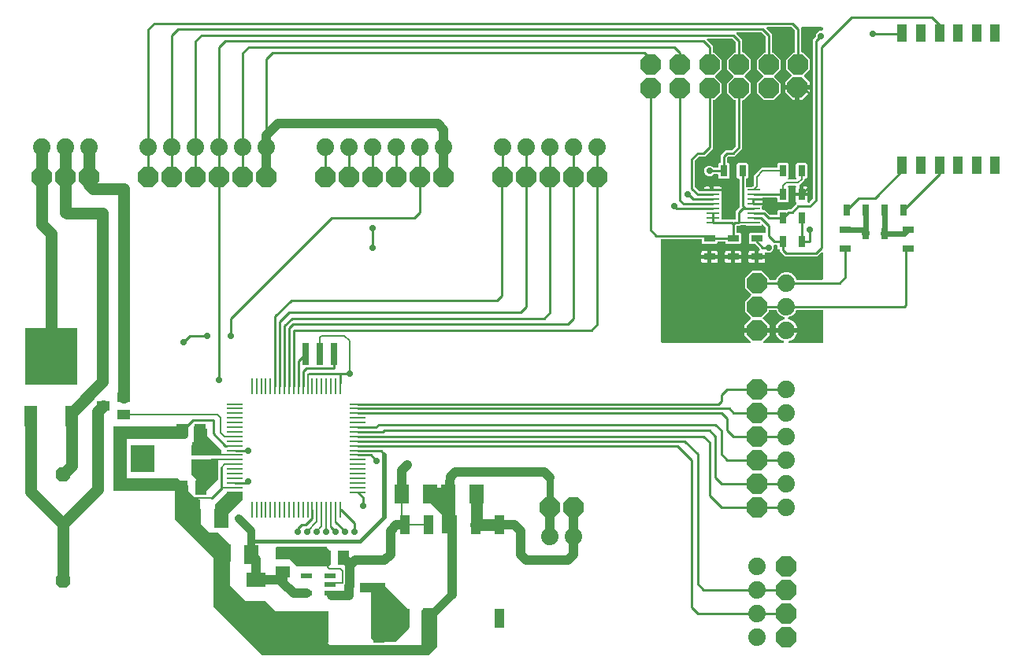
<source format=gbr>
G04 EAGLE Gerber RS-274X export*
G75*
%MOIN*%
%FSLAX24Y24*%
%LPD*%
%INTop Copper*%
%IPPOS*%
%AMOC8*
5,1,8,0,0,1.08239X$1,22.5*%
G01*
%ADD10R,0.078740X0.059055*%
%ADD11R,0.059055X0.078740*%
%ADD12R,0.051181X0.062992*%
%ADD13R,0.098425X0.118110*%
%ADD14R,0.062992X0.039370*%
%ADD15R,0.031496X0.094488*%
%ADD16R,0.066000X0.009000*%
%ADD17R,0.009000X0.066000*%
%ADD18R,0.039370X0.082677*%
%ADD19R,0.048031X0.131890*%
%ADD20R,0.106299X0.044094*%
%ADD21R,0.055118X0.039370*%
%ADD22R,0.224000X0.243000*%
%ADD23R,0.055000X0.090000*%
%ADD24P,0.068191X8X292.500000*%
%ADD25R,0.047244X0.021654*%
%ADD26R,0.062992X0.051181*%
%ADD27R,0.055000X0.009000*%
%ADD28R,0.050000X0.031496*%
%ADD29R,0.031496X0.050000*%
%ADD30P,0.092003X8X202.500000*%
%ADD31P,0.092003X8X292.500000*%
%ADD32R,0.040157X0.074409*%
%ADD33C,0.074000*%
%ADD34P,0.092003X8X112.500000*%
%ADD35P,0.092003X8X22.500000*%
%ADD36C,0.027748*%
%ADD37C,0.008000*%
%ADD38C,0.032000*%
%ADD39C,0.010000*%
%ADD40C,0.016000*%
%ADD41C,0.006000*%
%ADD42C,0.020000*%
%ADD43C,0.040000*%
%ADD44C,0.030000*%
%ADD45C,0.050000*%
%ADD46C,0.024000*%

G36*
X30675Y18902D02*
X30675Y18902D01*
X30680Y18902D01*
X30681Y18903D01*
X30682Y18903D01*
X30687Y18905D01*
X30692Y18906D01*
X30693Y18907D01*
X30694Y18907D01*
X30698Y18910D01*
X30702Y18913D01*
X30703Y18914D01*
X30704Y18915D01*
X30707Y18919D01*
X30710Y18922D01*
X30711Y18923D01*
X30712Y18924D01*
X30714Y18929D01*
X30716Y18933D01*
X30716Y18934D01*
X30717Y18936D01*
X30719Y18948D01*
X30719Y18949D01*
X30719Y18950D01*
X30719Y19264D01*
X30849Y19393D01*
X30851Y19397D01*
X30854Y19400D01*
X30855Y19402D01*
X30856Y19403D01*
X30858Y19407D01*
X30860Y19411D01*
X30860Y19412D01*
X30861Y19415D01*
X30863Y19427D01*
X30863Y19428D01*
X30863Y20580D01*
X30862Y20585D01*
X30862Y20590D01*
X30862Y20591D01*
X30861Y20592D01*
X30860Y20597D01*
X30858Y20602D01*
X30857Y20603D01*
X30857Y20604D01*
X30854Y20608D01*
X30851Y20612D01*
X30850Y20613D01*
X30849Y20614D01*
X30846Y20617D01*
X30842Y20620D01*
X30841Y20621D01*
X30840Y20622D01*
X30835Y20624D01*
X30831Y20626D01*
X30830Y20626D01*
X30829Y20627D01*
X30816Y20629D01*
X30815Y20629D01*
X30814Y20629D01*
X30803Y20629D01*
X30755Y20677D01*
X30755Y21243D01*
X30803Y21291D01*
X31185Y21291D01*
X31232Y21243D01*
X31232Y20677D01*
X31185Y20629D01*
X31174Y20629D01*
X31169Y20629D01*
X31164Y20628D01*
X31163Y20628D01*
X31161Y20628D01*
X31157Y20626D01*
X31152Y20624D01*
X31151Y20624D01*
X31150Y20623D01*
X31146Y20620D01*
X31142Y20617D01*
X31141Y20616D01*
X31140Y20616D01*
X31137Y20612D01*
X31133Y20608D01*
X31133Y20607D01*
X31132Y20606D01*
X31130Y20602D01*
X31128Y20597D01*
X31127Y20596D01*
X31127Y20595D01*
X31125Y20583D01*
X31125Y20581D01*
X31124Y20580D01*
X31124Y20324D01*
X31125Y20320D01*
X31125Y20315D01*
X31126Y20313D01*
X31126Y20312D01*
X31128Y20308D01*
X31129Y20303D01*
X31130Y20302D01*
X31131Y20301D01*
X31134Y20297D01*
X31136Y20293D01*
X31137Y20292D01*
X31138Y20291D01*
X31142Y20287D01*
X31145Y20284D01*
X31147Y20284D01*
X31148Y20283D01*
X31152Y20281D01*
X31156Y20278D01*
X31157Y20278D01*
X31159Y20278D01*
X31171Y20275D01*
X31173Y20275D01*
X31174Y20275D01*
X31395Y20275D01*
X31399Y20276D01*
X31403Y20276D01*
X31405Y20277D01*
X31407Y20277D01*
X31411Y20278D01*
X31415Y20280D01*
X31416Y20281D01*
X31418Y20281D01*
X31428Y20289D01*
X31429Y20289D01*
X31429Y20290D01*
X31465Y20325D01*
X31467Y20328D01*
X31470Y20332D01*
X31471Y20333D01*
X31472Y20335D01*
X31474Y20339D01*
X31476Y20343D01*
X31476Y20344D01*
X31477Y20346D01*
X31479Y20359D01*
X31479Y20360D01*
X31479Y20760D01*
X31800Y21081D01*
X32419Y21081D01*
X32424Y21081D01*
X32429Y21082D01*
X32430Y21082D01*
X32431Y21082D01*
X32436Y21084D01*
X32440Y21086D01*
X32441Y21086D01*
X32443Y21087D01*
X32447Y21090D01*
X32451Y21093D01*
X32452Y21094D01*
X32453Y21094D01*
X32456Y21098D01*
X32459Y21102D01*
X32460Y21103D01*
X32461Y21104D01*
X32463Y21108D01*
X32465Y21113D01*
X32465Y21114D01*
X32466Y21115D01*
X32468Y21127D01*
X32468Y21129D01*
X32468Y21130D01*
X32468Y21243D01*
X32515Y21291D01*
X32897Y21291D01*
X32945Y21243D01*
X32945Y20677D01*
X32933Y20665D01*
X32929Y20660D01*
X32926Y20656D01*
X32925Y20655D01*
X32923Y20650D01*
X32921Y20645D01*
X32921Y20644D01*
X32920Y20644D01*
X32919Y20638D01*
X32918Y20633D01*
X32918Y20632D01*
X32918Y20631D01*
X32919Y20626D01*
X32919Y20620D01*
X32920Y20620D01*
X32920Y20619D01*
X32922Y20614D01*
X32923Y20608D01*
X32924Y20608D01*
X32924Y20607D01*
X32927Y20603D01*
X32930Y20598D01*
X32931Y20598D01*
X32931Y20597D01*
X32935Y20593D01*
X32939Y20590D01*
X32940Y20589D01*
X32945Y20586D01*
X32950Y20584D01*
X32951Y20584D01*
X32952Y20583D01*
X32964Y20581D01*
X32966Y20581D01*
X32968Y20581D01*
X33232Y20581D01*
X33238Y20581D01*
X33243Y20582D01*
X33244Y20582D01*
X33245Y20582D01*
X33250Y20584D01*
X33255Y20586D01*
X33256Y20587D01*
X33261Y20590D01*
X33265Y20593D01*
X33266Y20594D01*
X33270Y20599D01*
X33273Y20603D01*
X33274Y20603D01*
X33274Y20604D01*
X33276Y20609D01*
X33279Y20614D01*
X33279Y20615D01*
X33280Y20621D01*
X33281Y20626D01*
X33281Y20627D01*
X33282Y20627D01*
X33281Y20633D01*
X33281Y20639D01*
X33281Y20640D01*
X33279Y20645D01*
X33277Y20650D01*
X33277Y20651D01*
X33277Y20652D01*
X33270Y20662D01*
X33268Y20664D01*
X33267Y20665D01*
X33255Y20677D01*
X33255Y21243D01*
X33303Y21291D01*
X33685Y21291D01*
X33732Y21243D01*
X33732Y20677D01*
X33685Y20629D01*
X33664Y20629D01*
X33659Y20629D01*
X33654Y20628D01*
X33653Y20628D01*
X33651Y20628D01*
X33647Y20626D01*
X33642Y20624D01*
X33641Y20624D01*
X33640Y20623D01*
X33636Y20620D01*
X33632Y20617D01*
X33631Y20616D01*
X33630Y20616D01*
X33627Y20612D01*
X33623Y20608D01*
X33623Y20607D01*
X33622Y20606D01*
X33620Y20602D01*
X33618Y20597D01*
X33617Y20596D01*
X33617Y20595D01*
X33615Y20583D01*
X33615Y20581D01*
X33614Y20580D01*
X33614Y20554D01*
X33430Y20369D01*
X33428Y20366D01*
X33425Y20363D01*
X33424Y20361D01*
X33423Y20360D01*
X33421Y20356D01*
X33419Y20352D01*
X33419Y20350D01*
X33418Y20348D01*
X33416Y20336D01*
X33416Y20335D01*
X33416Y20038D01*
X33235Y20038D01*
X33235Y20223D01*
X33242Y20249D01*
X33252Y20265D01*
X33254Y20270D01*
X33256Y20275D01*
X33256Y20276D01*
X33257Y20277D01*
X33257Y20282D01*
X33258Y20287D01*
X33258Y20288D01*
X33258Y20289D01*
X33258Y20294D01*
X33257Y20300D01*
X33257Y20301D01*
X33255Y20306D01*
X33253Y20312D01*
X33253Y20313D01*
X33250Y20317D01*
X33247Y20322D01*
X33246Y20323D01*
X33241Y20327D01*
X33237Y20330D01*
X33237Y20331D01*
X33236Y20331D01*
X33231Y20334D01*
X33226Y20336D01*
X33225Y20337D01*
X33213Y20339D01*
X33211Y20339D01*
X33209Y20339D01*
X32968Y20339D01*
X32962Y20339D01*
X32957Y20338D01*
X32956Y20338D01*
X32955Y20338D01*
X32950Y20336D01*
X32945Y20334D01*
X32944Y20333D01*
X32939Y20330D01*
X32935Y20327D01*
X32934Y20326D01*
X32930Y20321D01*
X32927Y20317D01*
X32926Y20317D01*
X32926Y20316D01*
X32924Y20311D01*
X32921Y20306D01*
X32921Y20305D01*
X32920Y20299D01*
X32919Y20294D01*
X32919Y20293D01*
X32918Y20293D01*
X32919Y20287D01*
X32919Y20281D01*
X32919Y20280D01*
X32921Y20275D01*
X32923Y20270D01*
X32923Y20269D01*
X32923Y20268D01*
X32930Y20258D01*
X32932Y20256D01*
X32933Y20255D01*
X32945Y20243D01*
X32945Y19677D01*
X32897Y19629D01*
X32515Y19629D01*
X32468Y19677D01*
X32468Y19780D01*
X32467Y19785D01*
X32467Y19790D01*
X32467Y19791D01*
X32467Y19792D01*
X32465Y19797D01*
X32463Y19802D01*
X32462Y19803D01*
X32462Y19804D01*
X32459Y19808D01*
X32456Y19812D01*
X32455Y19813D01*
X32455Y19814D01*
X32451Y19817D01*
X32447Y19820D01*
X32446Y19821D01*
X32445Y19822D01*
X32440Y19824D01*
X32436Y19826D01*
X32435Y19826D01*
X32434Y19827D01*
X32421Y19829D01*
X32420Y19829D01*
X32419Y19829D01*
X31885Y19829D01*
X31880Y19829D01*
X31875Y19828D01*
X31874Y19828D01*
X31873Y19828D01*
X31868Y19826D01*
X31863Y19824D01*
X31862Y19824D01*
X31861Y19823D01*
X31857Y19820D01*
X31853Y19817D01*
X31852Y19816D01*
X31851Y19816D01*
X31848Y19812D01*
X31845Y19808D01*
X31844Y19807D01*
X31843Y19806D01*
X31843Y19805D01*
X31460Y19805D01*
X31455Y19804D01*
X31450Y19804D01*
X31449Y19803D01*
X31448Y19803D01*
X31443Y19801D01*
X31438Y19800D01*
X31437Y19799D01*
X31436Y19799D01*
X31432Y19796D01*
X31428Y19793D01*
X31427Y19792D01*
X31426Y19791D01*
X31423Y19787D01*
X31420Y19784D01*
X31419Y19783D01*
X31418Y19782D01*
X31416Y19777D01*
X31414Y19773D01*
X31414Y19772D01*
X31413Y19770D01*
X31411Y19758D01*
X31411Y19757D01*
X31411Y19755D01*
X31411Y19559D01*
X31411Y19554D01*
X31412Y19549D01*
X31412Y19547D01*
X31412Y19546D01*
X31414Y19542D01*
X31416Y19537D01*
X31416Y19536D01*
X31417Y19535D01*
X31420Y19531D01*
X31423Y19527D01*
X31424Y19526D01*
X31424Y19525D01*
X31428Y19521D01*
X31432Y19518D01*
X31433Y19518D01*
X31434Y19517D01*
X31438Y19515D01*
X31443Y19512D01*
X31444Y19512D01*
X31445Y19512D01*
X31457Y19509D01*
X31459Y19509D01*
X31460Y19509D01*
X31836Y19509D01*
X31836Y19500D01*
X31829Y19475D01*
X31822Y19463D01*
X31821Y19460D01*
X31819Y19456D01*
X31819Y19454D01*
X31818Y19452D01*
X31816Y19440D01*
X31816Y19439D01*
X31816Y19344D01*
X31816Y19340D01*
X31817Y19335D01*
X31817Y19333D01*
X31817Y19332D01*
X31819Y19328D01*
X31821Y19323D01*
X31821Y19322D01*
X31822Y19321D01*
X31825Y19317D01*
X31828Y19313D01*
X31829Y19312D01*
X31829Y19311D01*
X31833Y19307D01*
X31837Y19304D01*
X31838Y19304D01*
X31839Y19303D01*
X31843Y19301D01*
X31848Y19298D01*
X31849Y19298D01*
X31850Y19298D01*
X31862Y19295D01*
X31864Y19295D01*
X31865Y19295D01*
X31950Y19295D01*
X32140Y19105D01*
X32143Y19103D01*
X32146Y19100D01*
X32148Y19099D01*
X32150Y19098D01*
X32154Y19096D01*
X32157Y19094D01*
X32159Y19094D01*
X32161Y19093D01*
X32173Y19091D01*
X32174Y19091D01*
X32175Y19091D01*
X32419Y19091D01*
X32424Y19091D01*
X32429Y19092D01*
X32430Y19092D01*
X32431Y19092D01*
X32436Y19094D01*
X32440Y19096D01*
X32441Y19096D01*
X32443Y19097D01*
X32447Y19100D01*
X32451Y19103D01*
X32452Y19104D01*
X32453Y19104D01*
X32456Y19108D01*
X32459Y19112D01*
X32460Y19113D01*
X32461Y19114D01*
X32463Y19118D01*
X32465Y19123D01*
X32465Y19124D01*
X32466Y19125D01*
X32468Y19137D01*
X32468Y19139D01*
X32468Y19140D01*
X32468Y19243D01*
X32515Y19291D01*
X32832Y19291D01*
X32836Y19291D01*
X32840Y19291D01*
X32842Y19292D01*
X32844Y19292D01*
X32848Y19294D01*
X32852Y19295D01*
X32853Y19296D01*
X32856Y19297D01*
X32866Y19304D01*
X32866Y19305D01*
X32867Y19305D01*
X32902Y19341D01*
X33025Y19341D01*
X33030Y19341D01*
X33034Y19341D01*
X33036Y19342D01*
X33038Y19342D01*
X33042Y19344D01*
X33046Y19345D01*
X33047Y19346D01*
X33049Y19347D01*
X33059Y19354D01*
X33060Y19355D01*
X33205Y19500D01*
X33270Y19564D01*
X33273Y19568D01*
X33276Y19572D01*
X33276Y19573D01*
X33277Y19574D01*
X33279Y19579D01*
X33281Y19583D01*
X33282Y19585D01*
X33282Y19586D01*
X33283Y19591D01*
X33284Y19595D01*
X33284Y19597D01*
X33284Y19598D01*
X33284Y19603D01*
X33283Y19608D01*
X33283Y19609D01*
X33283Y19610D01*
X33281Y19615D01*
X33280Y19620D01*
X33279Y19621D01*
X33278Y19622D01*
X33271Y19632D01*
X33270Y19633D01*
X33270Y19634D01*
X33256Y19648D01*
X33242Y19671D01*
X33235Y19697D01*
X33235Y19882D01*
X33465Y19882D01*
X33470Y19883D01*
X33475Y19883D01*
X33476Y19883D01*
X33477Y19884D01*
X33482Y19885D01*
X33487Y19887D01*
X33488Y19888D01*
X33489Y19888D01*
X33493Y19891D01*
X33493Y19892D01*
X33494Y19891D01*
X33495Y19890D01*
X33496Y19889D01*
X33501Y19887D01*
X33505Y19885D01*
X33506Y19885D01*
X33508Y19884D01*
X33520Y19882D01*
X33521Y19882D01*
X33522Y19882D01*
X33752Y19882D01*
X33752Y19697D01*
X33745Y19670D01*
X33744Y19664D01*
X33743Y19658D01*
X33743Y19657D01*
X33744Y19651D01*
X33744Y19646D01*
X33744Y19645D01*
X33747Y19639D01*
X33749Y19634D01*
X33749Y19633D01*
X33752Y19629D01*
X33756Y19624D01*
X33756Y19623D01*
X33761Y19619D01*
X33765Y19616D01*
X33766Y19615D01*
X33771Y19613D01*
X33776Y19610D01*
X33777Y19610D01*
X33783Y19609D01*
X33788Y19608D01*
X33789Y19608D01*
X33795Y19608D01*
X33801Y19608D01*
X33802Y19608D01*
X33807Y19610D01*
X33813Y19612D01*
X33824Y19619D01*
X33826Y19621D01*
X33827Y19622D01*
X33955Y19750D01*
X33957Y19753D01*
X33960Y19756D01*
X33961Y19758D01*
X33962Y19760D01*
X33964Y19764D01*
X33966Y19767D01*
X33966Y19769D01*
X33967Y19771D01*
X33969Y19783D01*
X33969Y19784D01*
X33969Y19785D01*
X33969Y26514D01*
X34086Y26631D01*
X34089Y26634D01*
X34092Y26638D01*
X34093Y26639D01*
X34094Y26641D01*
X34095Y26645D01*
X34097Y26649D01*
X34098Y26650D01*
X34099Y26652D01*
X34100Y26665D01*
X34101Y26666D01*
X34101Y26724D01*
X34134Y26804D01*
X34196Y26866D01*
X34276Y26899D01*
X34350Y26899D01*
X34355Y26900D01*
X34360Y26900D01*
X34361Y26901D01*
X34362Y26901D01*
X34367Y26903D01*
X34372Y26904D01*
X34373Y26905D01*
X34374Y26906D01*
X34378Y26909D01*
X34382Y26911D01*
X34383Y26912D01*
X34384Y26913D01*
X34387Y26917D01*
X34390Y26920D01*
X34391Y26922D01*
X34392Y26923D01*
X34394Y26927D01*
X34396Y26931D01*
X34396Y26932D01*
X34397Y26934D01*
X34399Y26946D01*
X34399Y26948D01*
X34399Y26949D01*
X34399Y27000D01*
X34399Y27005D01*
X34398Y27010D01*
X34398Y27011D01*
X34398Y27012D01*
X34396Y27017D01*
X34394Y27022D01*
X34394Y27023D01*
X34393Y27024D01*
X34390Y27028D01*
X34387Y27032D01*
X34386Y27033D01*
X34386Y27034D01*
X34382Y27037D01*
X34378Y27040D01*
X34377Y27041D01*
X34376Y27042D01*
X34372Y27044D01*
X34367Y27046D01*
X34366Y27046D01*
X34365Y27047D01*
X34353Y27049D01*
X34351Y27049D01*
X34350Y27049D01*
X33530Y27049D01*
X33525Y27049D01*
X33520Y27048D01*
X33519Y27048D01*
X33518Y27048D01*
X33513Y27046D01*
X33508Y27044D01*
X33507Y27044D01*
X33506Y27043D01*
X33502Y27040D01*
X33498Y27037D01*
X33497Y27036D01*
X33496Y27036D01*
X33493Y27032D01*
X33490Y27028D01*
X33489Y27027D01*
X33488Y27026D01*
X33486Y27022D01*
X33484Y27017D01*
X33484Y27016D01*
X33483Y27015D01*
X33481Y27003D01*
X33481Y27001D01*
X33481Y27000D01*
X33481Y26015D01*
X33481Y26010D01*
X33482Y26005D01*
X33482Y26004D01*
X33482Y26003D01*
X33484Y25998D01*
X33486Y25993D01*
X33486Y25992D01*
X33487Y25991D01*
X33490Y25987D01*
X33493Y25983D01*
X33494Y25982D01*
X33494Y25981D01*
X33498Y25978D01*
X33502Y25975D01*
X33503Y25974D01*
X33504Y25973D01*
X33508Y25971D01*
X33513Y25969D01*
X33514Y25969D01*
X33515Y25968D01*
X33527Y25966D01*
X33529Y25966D01*
X33530Y25966D01*
X33559Y25966D01*
X33856Y25669D01*
X33856Y25251D01*
X33619Y25014D01*
X33616Y25010D01*
X33613Y25006D01*
X33612Y25005D01*
X33612Y25004D01*
X33610Y25000D01*
X33607Y24995D01*
X33607Y24994D01*
X33607Y24993D01*
X33606Y24988D01*
X33605Y24983D01*
X33605Y24982D01*
X33605Y24980D01*
X33605Y24976D01*
X33606Y24971D01*
X33606Y24969D01*
X33606Y24968D01*
X33608Y24963D01*
X33609Y24959D01*
X33610Y24958D01*
X33610Y24956D01*
X33617Y24946D01*
X33619Y24945D01*
X33619Y24944D01*
X33846Y24718D01*
X33846Y24599D01*
X33370Y24599D01*
X33365Y24599D01*
X33360Y24598D01*
X33359Y24598D01*
X33358Y24598D01*
X33353Y24596D01*
X33348Y24594D01*
X33347Y24594D01*
X33346Y24593D01*
X33342Y24590D01*
X33338Y24587D01*
X33337Y24586D01*
X33336Y24586D01*
X33333Y24582D01*
X33330Y24578D01*
X33329Y24577D01*
X33328Y24576D01*
X33326Y24572D01*
X33324Y24567D01*
X33324Y24566D01*
X33323Y24565D01*
X33321Y24553D01*
X33321Y24551D01*
X33321Y24550D01*
X33321Y24499D01*
X33319Y24499D01*
X33319Y24550D01*
X33319Y24555D01*
X33318Y24560D01*
X33318Y24561D01*
X33318Y24562D01*
X33316Y24567D01*
X33314Y24572D01*
X33314Y24573D01*
X33313Y24574D01*
X33310Y24578D01*
X33307Y24582D01*
X33306Y24583D01*
X33306Y24584D01*
X33302Y24587D01*
X33298Y24590D01*
X33297Y24591D01*
X33296Y24592D01*
X33292Y24594D01*
X33287Y24596D01*
X33286Y24596D01*
X33285Y24597D01*
X33273Y24599D01*
X33271Y24599D01*
X33270Y24599D01*
X32794Y24599D01*
X32794Y24718D01*
X33051Y24974D01*
X33054Y24978D01*
X33057Y24982D01*
X33058Y24983D01*
X33058Y24984D01*
X33060Y24989D01*
X33063Y24993D01*
X33063Y24994D01*
X33063Y24996D01*
X33064Y25000D01*
X33065Y25005D01*
X33065Y25007D01*
X33065Y25008D01*
X33065Y25013D01*
X33064Y25018D01*
X33064Y25019D01*
X33064Y25020D01*
X33062Y25025D01*
X33061Y25030D01*
X33060Y25030D01*
X33060Y25032D01*
X33053Y25042D01*
X33051Y25043D01*
X33051Y25044D01*
X32844Y25251D01*
X32844Y25669D01*
X33141Y25966D01*
X33170Y25966D01*
X33175Y25966D01*
X33180Y25967D01*
X33181Y25967D01*
X33182Y25967D01*
X33187Y25969D01*
X33192Y25971D01*
X33193Y25971D01*
X33194Y25972D01*
X33198Y25975D01*
X33202Y25978D01*
X33203Y25979D01*
X33204Y25979D01*
X33207Y25983D01*
X33210Y25987D01*
X33211Y25988D01*
X33212Y25989D01*
X33214Y25993D01*
X33216Y25998D01*
X33216Y25999D01*
X33217Y26000D01*
X33219Y26012D01*
X33219Y26014D01*
X33219Y26015D01*
X33219Y26885D01*
X33219Y26890D01*
X33219Y26894D01*
X33218Y26896D01*
X33218Y26898D01*
X33216Y26902D01*
X33215Y26906D01*
X33214Y26907D01*
X33213Y26909D01*
X33206Y26919D01*
X33205Y26920D01*
X33090Y27035D01*
X33087Y27037D01*
X33084Y27040D01*
X33082Y27041D01*
X33080Y27042D01*
X33076Y27044D01*
X33073Y27046D01*
X33071Y27046D01*
X33069Y27047D01*
X33057Y27049D01*
X33056Y27049D01*
X33055Y27049D01*
X32065Y27049D01*
X32059Y27049D01*
X32053Y27048D01*
X32052Y27048D01*
X32047Y27046D01*
X32042Y27044D01*
X32041Y27043D01*
X32036Y27040D01*
X32032Y27037D01*
X32031Y27036D01*
X32027Y27031D01*
X32023Y27027D01*
X32023Y27026D01*
X32020Y27021D01*
X32018Y27016D01*
X32018Y27015D01*
X32017Y27009D01*
X32015Y27004D01*
X32015Y27003D01*
X32016Y26997D01*
X32016Y26991D01*
X32016Y26990D01*
X32018Y26985D01*
X32020Y26980D01*
X32020Y26979D01*
X32020Y26978D01*
X32027Y26968D01*
X32029Y26966D01*
X32030Y26965D01*
X32231Y26764D01*
X32231Y26015D01*
X32231Y26010D01*
X32232Y26005D01*
X32232Y26004D01*
X32232Y26003D01*
X32234Y25998D01*
X32236Y25993D01*
X32236Y25992D01*
X32237Y25991D01*
X32240Y25987D01*
X32243Y25983D01*
X32244Y25982D01*
X32244Y25981D01*
X32248Y25978D01*
X32252Y25975D01*
X32253Y25974D01*
X32254Y25973D01*
X32258Y25971D01*
X32263Y25969D01*
X32264Y25969D01*
X32265Y25968D01*
X32277Y25966D01*
X32279Y25966D01*
X32280Y25966D01*
X32309Y25966D01*
X32606Y25669D01*
X32606Y25251D01*
X32350Y24995D01*
X32347Y24991D01*
X32344Y24987D01*
X32343Y24986D01*
X32342Y24985D01*
X32341Y24980D01*
X32338Y24976D01*
X32338Y24975D01*
X32338Y24974D01*
X32337Y24969D01*
X32336Y24964D01*
X32336Y24963D01*
X32336Y24961D01*
X32336Y24956D01*
X32336Y24951D01*
X32337Y24950D01*
X32337Y24949D01*
X32339Y24944D01*
X32340Y24940D01*
X32341Y24939D01*
X32341Y24937D01*
X32348Y24927D01*
X32349Y24926D01*
X32350Y24925D01*
X32606Y24669D01*
X32606Y24251D01*
X32309Y23954D01*
X31891Y23954D01*
X31594Y24251D01*
X31594Y24669D01*
X31850Y24925D01*
X31853Y24929D01*
X31856Y24933D01*
X31857Y24934D01*
X31858Y24935D01*
X31859Y24940D01*
X31862Y24944D01*
X31862Y24945D01*
X31862Y24946D01*
X31863Y24951D01*
X31864Y24956D01*
X31864Y24957D01*
X31864Y24959D01*
X31864Y24964D01*
X31864Y24969D01*
X31863Y24970D01*
X31863Y24971D01*
X31861Y24976D01*
X31860Y24980D01*
X31859Y24981D01*
X31859Y24983D01*
X31852Y24993D01*
X31851Y24994D01*
X31850Y24995D01*
X31594Y25251D01*
X31594Y25669D01*
X31891Y25966D01*
X31920Y25966D01*
X31925Y25966D01*
X31930Y25967D01*
X31931Y25967D01*
X31932Y25967D01*
X31937Y25969D01*
X31942Y25971D01*
X31943Y25971D01*
X31944Y25972D01*
X31948Y25975D01*
X31952Y25978D01*
X31953Y25979D01*
X31954Y25979D01*
X31957Y25983D01*
X31960Y25987D01*
X31961Y25988D01*
X31962Y25989D01*
X31964Y25993D01*
X31966Y25998D01*
X31966Y25999D01*
X31967Y26000D01*
X31969Y26012D01*
X31969Y26014D01*
X31969Y26015D01*
X31969Y26635D01*
X31969Y26640D01*
X31969Y26644D01*
X31968Y26646D01*
X31968Y26648D01*
X31966Y26652D01*
X31965Y26656D01*
X31964Y26657D01*
X31963Y26659D01*
X31956Y26669D01*
X31955Y26670D01*
X31810Y26815D01*
X31807Y26817D01*
X31804Y26820D01*
X31802Y26821D01*
X31800Y26822D01*
X31796Y26824D01*
X31793Y26826D01*
X31791Y26826D01*
X31789Y26827D01*
X31777Y26829D01*
X31776Y26829D01*
X31775Y26829D01*
X30785Y26829D01*
X30779Y26829D01*
X30773Y26828D01*
X30772Y26828D01*
X30767Y26826D01*
X30762Y26824D01*
X30761Y26823D01*
X30756Y26820D01*
X30752Y26817D01*
X30751Y26816D01*
X30747Y26811D01*
X30743Y26807D01*
X30743Y26806D01*
X30740Y26801D01*
X30738Y26796D01*
X30738Y26795D01*
X30737Y26789D01*
X30735Y26784D01*
X30735Y26783D01*
X30736Y26777D01*
X30736Y26771D01*
X30736Y26770D01*
X30738Y26765D01*
X30740Y26760D01*
X30740Y26759D01*
X30740Y26758D01*
X30747Y26748D01*
X30749Y26746D01*
X30750Y26745D01*
X30890Y26605D01*
X30981Y26514D01*
X30981Y26015D01*
X30981Y26010D01*
X30982Y26005D01*
X30982Y26004D01*
X30982Y26003D01*
X30984Y25998D01*
X30986Y25993D01*
X30986Y25992D01*
X30987Y25991D01*
X30990Y25987D01*
X30993Y25983D01*
X30994Y25982D01*
X30994Y25981D01*
X30998Y25978D01*
X31002Y25975D01*
X31003Y25974D01*
X31004Y25973D01*
X31008Y25971D01*
X31013Y25969D01*
X31014Y25969D01*
X31015Y25968D01*
X31027Y25966D01*
X31029Y25966D01*
X31030Y25966D01*
X31059Y25966D01*
X31356Y25669D01*
X31356Y25251D01*
X31100Y24995D01*
X31097Y24991D01*
X31094Y24987D01*
X31093Y24986D01*
X31092Y24985D01*
X31091Y24980D01*
X31088Y24976D01*
X31088Y24975D01*
X31088Y24974D01*
X31087Y24969D01*
X31086Y24964D01*
X31086Y24963D01*
X31086Y24961D01*
X31086Y24956D01*
X31086Y24951D01*
X31087Y24950D01*
X31087Y24949D01*
X31089Y24944D01*
X31090Y24940D01*
X31091Y24939D01*
X31091Y24937D01*
X31098Y24927D01*
X31099Y24926D01*
X31100Y24925D01*
X31356Y24669D01*
X31356Y24251D01*
X31059Y23954D01*
X31030Y23954D01*
X31025Y23954D01*
X31020Y23953D01*
X31019Y23953D01*
X31018Y23953D01*
X31013Y23951D01*
X31008Y23949D01*
X31007Y23949D01*
X31006Y23948D01*
X31002Y23945D01*
X30998Y23942D01*
X30997Y23941D01*
X30996Y23941D01*
X30993Y23937D01*
X30990Y23933D01*
X30989Y23932D01*
X30988Y23931D01*
X30986Y23927D01*
X30984Y23922D01*
X30984Y23921D01*
X30983Y23920D01*
X30981Y23908D01*
X30981Y23907D01*
X30981Y23906D01*
X30981Y23905D01*
X30981Y21906D01*
X30654Y21579D01*
X30425Y21579D01*
X30420Y21579D01*
X30416Y21579D01*
X30414Y21578D01*
X30412Y21578D01*
X30408Y21576D01*
X30404Y21575D01*
X30403Y21574D01*
X30401Y21573D01*
X30391Y21566D01*
X30390Y21565D01*
X30351Y21527D01*
X30349Y21523D01*
X30346Y21520D01*
X30345Y21518D01*
X30344Y21517D01*
X30342Y21513D01*
X30340Y21509D01*
X30340Y21508D01*
X30340Y21507D01*
X30339Y21506D01*
X30339Y21505D01*
X30338Y21498D01*
X30337Y21494D01*
X30337Y21493D01*
X30337Y21492D01*
X30337Y21340D01*
X30338Y21335D01*
X30338Y21330D01*
X30338Y21329D01*
X30339Y21328D01*
X30340Y21323D01*
X30342Y21318D01*
X30343Y21317D01*
X30343Y21316D01*
X30346Y21312D01*
X30349Y21308D01*
X30350Y21307D01*
X30351Y21306D01*
X30354Y21303D01*
X30358Y21300D01*
X30359Y21299D01*
X30360Y21298D01*
X30365Y21296D01*
X30369Y21294D01*
X30370Y21294D01*
X30371Y21293D01*
X30384Y21291D01*
X30385Y21291D01*
X30386Y21291D01*
X30397Y21291D01*
X30445Y21243D01*
X30445Y20677D01*
X30397Y20629D01*
X30015Y20629D01*
X29968Y20677D01*
X29968Y20780D01*
X29967Y20785D01*
X29967Y20790D01*
X29967Y20791D01*
X29967Y20792D01*
X29965Y20797D01*
X29963Y20802D01*
X29962Y20803D01*
X29962Y20804D01*
X29959Y20808D01*
X29956Y20812D01*
X29955Y20813D01*
X29955Y20814D01*
X29951Y20817D01*
X29947Y20820D01*
X29946Y20821D01*
X29945Y20822D01*
X29940Y20824D01*
X29936Y20826D01*
X29935Y20826D01*
X29934Y20827D01*
X29921Y20829D01*
X29920Y20829D01*
X29919Y20829D01*
X29800Y20829D01*
X29796Y20829D01*
X29792Y20829D01*
X29790Y20828D01*
X29788Y20828D01*
X29784Y20826D01*
X29780Y20825D01*
X29778Y20824D01*
X29776Y20823D01*
X29766Y20816D01*
X29766Y20815D01*
X29765Y20815D01*
X29724Y20774D01*
X29644Y20741D01*
X29556Y20741D01*
X29476Y20774D01*
X29414Y20836D01*
X29381Y20916D01*
X29381Y21004D01*
X29414Y21084D01*
X29476Y21146D01*
X29556Y21179D01*
X29644Y21179D01*
X29724Y21146D01*
X29765Y21105D01*
X29769Y21103D01*
X29772Y21100D01*
X29774Y21099D01*
X29775Y21098D01*
X29779Y21096D01*
X29783Y21094D01*
X29784Y21094D01*
X29786Y21093D01*
X29799Y21091D01*
X29800Y21091D01*
X29919Y21091D01*
X29924Y21091D01*
X29929Y21092D01*
X29930Y21092D01*
X29931Y21092D01*
X29936Y21094D01*
X29940Y21096D01*
X29941Y21096D01*
X29943Y21097D01*
X29947Y21100D01*
X29951Y21103D01*
X29952Y21104D01*
X29953Y21104D01*
X29956Y21108D01*
X29959Y21112D01*
X29960Y21113D01*
X29961Y21114D01*
X29963Y21118D01*
X29965Y21123D01*
X29965Y21124D01*
X29966Y21125D01*
X29968Y21137D01*
X29968Y21139D01*
X29968Y21140D01*
X29968Y21243D01*
X30015Y21291D01*
X30026Y21291D01*
X30031Y21291D01*
X30036Y21292D01*
X30037Y21292D01*
X30039Y21292D01*
X30043Y21294D01*
X30048Y21296D01*
X30049Y21296D01*
X30050Y21297D01*
X30054Y21300D01*
X30058Y21303D01*
X30059Y21304D01*
X30060Y21304D01*
X30063Y21308D01*
X30067Y21312D01*
X30067Y21313D01*
X30068Y21314D01*
X30070Y21318D01*
X30072Y21323D01*
X30073Y21324D01*
X30073Y21325D01*
X30075Y21337D01*
X30075Y21339D01*
X30076Y21340D01*
X30076Y21620D01*
X30296Y21841D01*
X30525Y21841D01*
X30530Y21841D01*
X30534Y21841D01*
X30536Y21842D01*
X30538Y21842D01*
X30542Y21844D01*
X30546Y21845D01*
X30547Y21846D01*
X30549Y21847D01*
X30559Y21854D01*
X30560Y21855D01*
X30705Y22000D01*
X30707Y22003D01*
X30710Y22006D01*
X30711Y22008D01*
X30712Y22010D01*
X30714Y22014D01*
X30716Y22017D01*
X30716Y22019D01*
X30717Y22021D01*
X30719Y22033D01*
X30719Y22034D01*
X30719Y22035D01*
X30719Y23905D01*
X30719Y23910D01*
X30718Y23915D01*
X30718Y23916D01*
X30718Y23917D01*
X30716Y23922D01*
X30714Y23927D01*
X30714Y23928D01*
X30713Y23929D01*
X30710Y23933D01*
X30707Y23937D01*
X30706Y23938D01*
X30706Y23939D01*
X30702Y23942D01*
X30698Y23945D01*
X30697Y23946D01*
X30696Y23947D01*
X30692Y23949D01*
X30687Y23951D01*
X30686Y23951D01*
X30685Y23952D01*
X30673Y23954D01*
X30671Y23954D01*
X30670Y23954D01*
X30641Y23954D01*
X30344Y24251D01*
X30344Y24669D01*
X30600Y24925D01*
X30603Y24929D01*
X30606Y24933D01*
X30607Y24934D01*
X30608Y24935D01*
X30609Y24940D01*
X30612Y24944D01*
X30612Y24945D01*
X30612Y24946D01*
X30613Y24951D01*
X30614Y24956D01*
X30614Y24957D01*
X30614Y24959D01*
X30614Y24964D01*
X30614Y24969D01*
X30613Y24970D01*
X30613Y24971D01*
X30611Y24976D01*
X30610Y24980D01*
X30609Y24981D01*
X30609Y24983D01*
X30602Y24993D01*
X30601Y24994D01*
X30600Y24995D01*
X30344Y25251D01*
X30344Y25669D01*
X30641Y25966D01*
X30670Y25966D01*
X30675Y25966D01*
X30680Y25967D01*
X30681Y25967D01*
X30682Y25967D01*
X30687Y25969D01*
X30692Y25971D01*
X30693Y25971D01*
X30694Y25972D01*
X30698Y25975D01*
X30702Y25978D01*
X30703Y25979D01*
X30704Y25979D01*
X30707Y25983D01*
X30710Y25987D01*
X30711Y25988D01*
X30712Y25989D01*
X30714Y25993D01*
X30716Y25998D01*
X30716Y25999D01*
X30717Y26000D01*
X30719Y26012D01*
X30719Y26014D01*
X30719Y26015D01*
X30719Y26385D01*
X30719Y26390D01*
X30719Y26394D01*
X30718Y26396D01*
X30718Y26398D01*
X30716Y26402D01*
X30715Y26406D01*
X30714Y26407D01*
X30713Y26409D01*
X30706Y26419D01*
X30705Y26420D01*
X30560Y26565D01*
X30557Y26567D01*
X30554Y26570D01*
X30552Y26571D01*
X30550Y26572D01*
X30546Y26574D01*
X30543Y26576D01*
X30541Y26576D01*
X30539Y26577D01*
X30527Y26579D01*
X30526Y26579D01*
X30525Y26579D01*
X29535Y26579D01*
X29529Y26579D01*
X29523Y26578D01*
X29522Y26578D01*
X29517Y26576D01*
X29512Y26574D01*
X29511Y26573D01*
X29506Y26570D01*
X29502Y26567D01*
X29501Y26566D01*
X29497Y26561D01*
X29493Y26557D01*
X29493Y26556D01*
X29490Y26551D01*
X29488Y26546D01*
X29488Y26545D01*
X29487Y26539D01*
X29485Y26534D01*
X29485Y26533D01*
X29486Y26527D01*
X29486Y26521D01*
X29486Y26520D01*
X29488Y26515D01*
X29490Y26510D01*
X29490Y26509D01*
X29490Y26508D01*
X29497Y26498D01*
X29499Y26496D01*
X29500Y26495D01*
X29731Y26264D01*
X29731Y26015D01*
X29731Y26010D01*
X29732Y26005D01*
X29732Y26004D01*
X29732Y26003D01*
X29734Y25998D01*
X29736Y25993D01*
X29736Y25992D01*
X29737Y25991D01*
X29740Y25987D01*
X29743Y25983D01*
X29744Y25982D01*
X29744Y25981D01*
X29748Y25978D01*
X29752Y25975D01*
X29753Y25974D01*
X29754Y25973D01*
X29758Y25971D01*
X29763Y25969D01*
X29764Y25969D01*
X29765Y25968D01*
X29777Y25966D01*
X29779Y25966D01*
X29780Y25966D01*
X29809Y25966D01*
X30106Y25669D01*
X30106Y25251D01*
X29850Y24995D01*
X29847Y24991D01*
X29844Y24987D01*
X29843Y24986D01*
X29842Y24985D01*
X29841Y24980D01*
X29838Y24976D01*
X29838Y24975D01*
X29838Y24974D01*
X29837Y24969D01*
X29836Y24964D01*
X29836Y24963D01*
X29836Y24961D01*
X29836Y24956D01*
X29836Y24951D01*
X29837Y24950D01*
X29837Y24949D01*
X29839Y24944D01*
X29840Y24940D01*
X29841Y24939D01*
X29841Y24937D01*
X29848Y24927D01*
X29849Y24926D01*
X29850Y24925D01*
X30106Y24669D01*
X30106Y24251D01*
X29809Y23954D01*
X29780Y23954D01*
X29775Y23954D01*
X29770Y23953D01*
X29769Y23953D01*
X29768Y23953D01*
X29763Y23951D01*
X29758Y23949D01*
X29757Y23949D01*
X29756Y23948D01*
X29752Y23945D01*
X29748Y23942D01*
X29747Y23941D01*
X29746Y23941D01*
X29743Y23937D01*
X29740Y23933D01*
X29739Y23932D01*
X29738Y23931D01*
X29736Y23927D01*
X29734Y23922D01*
X29734Y23921D01*
X29733Y23920D01*
X29731Y23908D01*
X29731Y23907D01*
X29731Y23906D01*
X29731Y23905D01*
X29731Y21906D01*
X29404Y21579D01*
X29175Y21579D01*
X29170Y21579D01*
X29166Y21579D01*
X29164Y21578D01*
X29162Y21578D01*
X29158Y21576D01*
X29154Y21575D01*
X29153Y21574D01*
X29151Y21573D01*
X29141Y21566D01*
X29140Y21565D01*
X28995Y21420D01*
X28993Y21417D01*
X28990Y21414D01*
X28989Y21412D01*
X28988Y21410D01*
X28986Y21406D01*
X28984Y21403D01*
X28984Y21401D01*
X28983Y21399D01*
X28981Y21387D01*
X28981Y21386D01*
X28981Y21385D01*
X28981Y20285D01*
X28981Y20280D01*
X28981Y20276D01*
X28982Y20274D01*
X28982Y20272D01*
X28984Y20268D01*
X28985Y20264D01*
X28986Y20263D01*
X28987Y20261D01*
X28994Y20251D01*
X28995Y20250D01*
X29147Y20098D01*
X29151Y20095D01*
X29154Y20092D01*
X29156Y20091D01*
X29157Y20090D01*
X29161Y20088D01*
X29165Y20086D01*
X29166Y20086D01*
X29168Y20085D01*
X29181Y20083D01*
X29182Y20083D01*
X29315Y20083D01*
X29320Y20084D01*
X29325Y20084D01*
X29326Y20085D01*
X29327Y20085D01*
X29332Y20087D01*
X29337Y20088D01*
X29338Y20089D01*
X29339Y20089D01*
X29343Y20092D01*
X29347Y20095D01*
X29348Y20096D01*
X29349Y20097D01*
X29352Y20100D01*
X29740Y20100D01*
X30116Y20100D01*
X30116Y20091D01*
X30109Y20066D01*
X30102Y20054D01*
X30101Y20051D01*
X30099Y20047D01*
X30099Y20045D01*
X30098Y20043D01*
X30096Y20031D01*
X30096Y20030D01*
X30096Y18950D01*
X30096Y18946D01*
X30097Y18941D01*
X30097Y18939D01*
X30097Y18938D01*
X30099Y18934D01*
X30101Y18929D01*
X30101Y18928D01*
X30102Y18927D01*
X30105Y18923D01*
X30108Y18919D01*
X30109Y18918D01*
X30109Y18917D01*
X30113Y18913D01*
X30117Y18910D01*
X30118Y18910D01*
X30119Y18909D01*
X30123Y18907D01*
X30128Y18904D01*
X30129Y18904D01*
X30130Y18904D01*
X30142Y18901D01*
X30144Y18901D01*
X30145Y18901D01*
X30670Y18901D01*
X30675Y18902D01*
G37*
G36*
X17714Y441D02*
X17714Y441D01*
X17718Y442D01*
X17719Y442D01*
X17723Y444D01*
X17727Y446D01*
X17727Y447D01*
X17728Y447D01*
X17731Y449D01*
X18051Y769D01*
X18053Y773D01*
X18055Y776D01*
X18056Y776D01*
X18056Y777D01*
X18057Y781D01*
X18059Y785D01*
X18059Y786D01*
X18059Y787D01*
X18059Y790D01*
X18059Y2300D01*
X18059Y2304D01*
X18058Y2308D01*
X18058Y2309D01*
X18056Y2313D01*
X18054Y2317D01*
X18053Y2317D01*
X18053Y2318D01*
X18051Y2321D01*
X17961Y2411D01*
X17957Y2413D01*
X17954Y2415D01*
X17954Y2416D01*
X17953Y2416D01*
X17949Y2417D01*
X17945Y2419D01*
X17944Y2419D01*
X17943Y2419D01*
X17940Y2419D01*
X17500Y2419D01*
X17496Y2419D01*
X17492Y2418D01*
X17491Y2418D01*
X17487Y2416D01*
X17483Y2414D01*
X17483Y2413D01*
X17482Y2413D01*
X17479Y2411D01*
X17409Y2341D01*
X17407Y2337D01*
X17405Y2334D01*
X17404Y2334D01*
X17404Y2333D01*
X17403Y2329D01*
X17401Y2325D01*
X17401Y2324D01*
X17401Y2323D01*
X17401Y2320D01*
X17401Y869D01*
X13512Y869D01*
X13359Y1022D01*
X13359Y2228D01*
X13391Y2259D01*
X13392Y2262D01*
X13394Y2264D01*
X13395Y2266D01*
X13396Y2267D01*
X13397Y2270D01*
X13398Y2273D01*
X13398Y2274D01*
X13399Y2276D01*
X13399Y2279D01*
X13399Y2282D01*
X13399Y2284D01*
X13399Y2286D01*
X13398Y2289D01*
X13397Y2291D01*
X13396Y2293D01*
X13395Y2295D01*
X13393Y2297D01*
X13392Y2299D01*
X13390Y2301D01*
X13389Y2302D01*
X13387Y2304D01*
X13384Y2305D01*
X13383Y2306D01*
X13381Y2307D01*
X13378Y2308D01*
X13375Y2309D01*
X13372Y2309D01*
X13371Y2309D01*
X13370Y2309D01*
X11222Y2309D01*
X10811Y2721D01*
X10807Y2723D01*
X10804Y2725D01*
X10804Y2726D01*
X10803Y2726D01*
X10799Y2727D01*
X10795Y2729D01*
X10794Y2729D01*
X10793Y2729D01*
X10790Y2729D01*
X9962Y2729D01*
X9299Y3392D01*
X9299Y4381D01*
X9300Y4381D01*
X9301Y4381D01*
X9302Y4381D01*
X9306Y4382D01*
X9309Y4382D01*
X9310Y4383D01*
X9311Y4383D01*
X9315Y4385D01*
X9318Y4387D01*
X9319Y4388D01*
X9322Y4391D01*
X9324Y4394D01*
X9325Y4395D01*
X9325Y4396D01*
X9327Y4399D01*
X9328Y4403D01*
X9328Y4404D01*
X9329Y4405D01*
X9329Y4410D01*
X9329Y5110D01*
X9329Y5114D01*
X9328Y5118D01*
X9328Y5119D01*
X9326Y5123D01*
X9324Y5127D01*
X9323Y5127D01*
X9323Y5128D01*
X9321Y5131D01*
X8821Y5631D01*
X8817Y5633D01*
X8814Y5635D01*
X8814Y5636D01*
X8813Y5636D01*
X8809Y5637D01*
X8805Y5639D01*
X8804Y5639D01*
X8803Y5639D01*
X8800Y5639D01*
X8412Y5639D01*
X8029Y6022D01*
X8029Y7010D01*
X8029Y7014D01*
X8028Y7018D01*
X8028Y7019D01*
X8026Y7023D01*
X8024Y7027D01*
X8023Y7027D01*
X8023Y7028D01*
X8021Y7031D01*
X7921Y7131D01*
X7917Y7133D01*
X7914Y7135D01*
X7914Y7136D01*
X7913Y7136D01*
X7909Y7137D01*
X7905Y7139D01*
X7904Y7139D01*
X7903Y7139D01*
X7900Y7139D01*
X7712Y7139D01*
X7529Y7322D01*
X7529Y7610D01*
X7529Y7611D01*
X7529Y7612D01*
X7528Y7616D01*
X7528Y7619D01*
X7527Y7620D01*
X7527Y7621D01*
X7525Y7625D01*
X7523Y7628D01*
X7522Y7629D01*
X7519Y7632D01*
X7516Y7634D01*
X7515Y7635D01*
X7514Y7635D01*
X7511Y7637D01*
X7507Y7638D01*
X7506Y7638D01*
X7505Y7639D01*
X7500Y7639D01*
X7229Y7639D01*
X7229Y7810D01*
X7229Y7814D01*
X7228Y7818D01*
X7228Y7819D01*
X7226Y7823D01*
X7224Y7827D01*
X7223Y7827D01*
X7223Y7828D01*
X7221Y7831D01*
X7121Y7931D01*
X7117Y7933D01*
X7114Y7935D01*
X7114Y7936D01*
X7113Y7936D01*
X7109Y7937D01*
X7105Y7939D01*
X7104Y7939D01*
X7103Y7939D01*
X7100Y7939D01*
X4929Y7939D01*
X4929Y9581D01*
X7400Y9581D01*
X7404Y9581D01*
X7408Y9582D01*
X7409Y9582D01*
X7413Y9584D01*
X7417Y9586D01*
X7417Y9587D01*
X7418Y9587D01*
X7421Y9589D01*
X7521Y9689D01*
X7523Y9693D01*
X7525Y9696D01*
X7526Y9696D01*
X7526Y9697D01*
X7527Y9701D01*
X7529Y9705D01*
X7529Y9706D01*
X7529Y9707D01*
X7529Y9710D01*
X7529Y10110D01*
X7529Y10111D01*
X7529Y10112D01*
X7528Y10116D01*
X7528Y10119D01*
X7527Y10120D01*
X7527Y10121D01*
X7525Y10125D01*
X7523Y10128D01*
X7522Y10129D01*
X7519Y10132D01*
X7516Y10134D01*
X7515Y10135D01*
X7514Y10135D01*
X7511Y10137D01*
X7507Y10138D01*
X7506Y10138D01*
X7505Y10139D01*
X7500Y10139D01*
X4400Y10139D01*
X4399Y10139D01*
X4398Y10139D01*
X4394Y10138D01*
X4391Y10138D01*
X4390Y10137D01*
X4389Y10137D01*
X4385Y10135D01*
X4382Y10133D01*
X4381Y10132D01*
X4378Y10129D01*
X4376Y10126D01*
X4375Y10125D01*
X4375Y10124D01*
X4373Y10121D01*
X4372Y10117D01*
X4372Y10116D01*
X4371Y10115D01*
X4371Y10110D01*
X4371Y7410D01*
X4371Y7409D01*
X4371Y7408D01*
X4372Y7404D01*
X4372Y7401D01*
X4373Y7400D01*
X4373Y7399D01*
X4375Y7395D01*
X4377Y7392D01*
X4378Y7391D01*
X4381Y7388D01*
X4384Y7386D01*
X4385Y7385D01*
X4386Y7385D01*
X4389Y7383D01*
X4393Y7382D01*
X4394Y7382D01*
X4395Y7381D01*
X4400Y7381D01*
X6971Y7381D01*
X6971Y6210D01*
X6971Y6206D01*
X6972Y6202D01*
X6972Y6201D01*
X6974Y6197D01*
X6976Y6193D01*
X6977Y6193D01*
X6977Y6192D01*
X6979Y6189D01*
X8601Y4568D01*
X8601Y2510D01*
X8601Y2506D01*
X8602Y2502D01*
X8602Y2501D01*
X8604Y2497D01*
X8606Y2493D01*
X8607Y2493D01*
X8607Y2492D01*
X8609Y2489D01*
X10649Y449D01*
X10653Y447D01*
X10656Y445D01*
X10656Y444D01*
X10657Y444D01*
X10661Y443D01*
X10665Y441D01*
X10666Y441D01*
X10667Y441D01*
X10670Y441D01*
X17710Y441D01*
X17714Y441D01*
G37*
G36*
X31292Y13661D02*
X31292Y13661D01*
X31298Y13662D01*
X31299Y13662D01*
X31304Y13664D01*
X31310Y13666D01*
X31310Y13667D01*
X31311Y13667D01*
X31315Y13670D01*
X31320Y13673D01*
X31320Y13674D01*
X31321Y13674D01*
X31324Y13679D01*
X31328Y13683D01*
X31329Y13684D01*
X31331Y13689D01*
X31333Y13694D01*
X31334Y13695D01*
X31335Y13701D01*
X31336Y13706D01*
X31336Y13707D01*
X31336Y13713D01*
X31335Y13719D01*
X31335Y13720D01*
X31333Y13725D01*
X31332Y13730D01*
X31331Y13731D01*
X31331Y13732D01*
X31324Y13742D01*
X31323Y13744D01*
X31322Y13745D01*
X31074Y13992D01*
X31074Y14111D01*
X31550Y14111D01*
X31555Y14111D01*
X31560Y14112D01*
X31561Y14112D01*
X31562Y14112D01*
X31567Y14114D01*
X31572Y14116D01*
X31573Y14116D01*
X31574Y14117D01*
X31578Y14120D01*
X31582Y14123D01*
X31583Y14124D01*
X31584Y14124D01*
X31587Y14128D01*
X31590Y14132D01*
X31591Y14133D01*
X31592Y14134D01*
X31594Y14138D01*
X31596Y14143D01*
X31596Y14144D01*
X31597Y14145D01*
X31599Y14157D01*
X31599Y14159D01*
X31599Y14160D01*
X31599Y14260D01*
X31599Y14265D01*
X31598Y14270D01*
X31598Y14271D01*
X31598Y14272D01*
X31596Y14277D01*
X31594Y14282D01*
X31594Y14283D01*
X31593Y14284D01*
X31590Y14288D01*
X31587Y14292D01*
X31586Y14293D01*
X31586Y14294D01*
X31582Y14297D01*
X31578Y14300D01*
X31577Y14301D01*
X31576Y14302D01*
X31572Y14304D01*
X31567Y14306D01*
X31566Y14306D01*
X31565Y14307D01*
X31553Y14309D01*
X31551Y14309D01*
X31550Y14309D01*
X31074Y14309D01*
X31074Y14428D01*
X31336Y14689D01*
X31339Y14693D01*
X31342Y14697D01*
X31343Y14698D01*
X31343Y14699D01*
X31345Y14704D01*
X31348Y14708D01*
X31348Y14709D01*
X31348Y14711D01*
X31349Y14715D01*
X31350Y14720D01*
X31350Y14722D01*
X31350Y14723D01*
X31350Y14728D01*
X31349Y14733D01*
X31349Y14734D01*
X31349Y14735D01*
X31347Y14740D01*
X31346Y14745D01*
X31345Y14745D01*
X31345Y14747D01*
X31338Y14757D01*
X31336Y14758D01*
X31336Y14759D01*
X31094Y15001D01*
X31094Y15419D01*
X31350Y15675D01*
X31353Y15679D01*
X31356Y15683D01*
X31357Y15684D01*
X31358Y15685D01*
X31359Y15690D01*
X31362Y15694D01*
X31362Y15695D01*
X31362Y15696D01*
X31363Y15701D01*
X31364Y15706D01*
X31364Y15707D01*
X31364Y15709D01*
X31364Y15714D01*
X31364Y15719D01*
X31363Y15720D01*
X31363Y15721D01*
X31361Y15726D01*
X31360Y15730D01*
X31359Y15731D01*
X31359Y15733D01*
X31352Y15743D01*
X31351Y15744D01*
X31350Y15745D01*
X31094Y16001D01*
X31094Y16419D01*
X31391Y16716D01*
X31809Y16716D01*
X32106Y16419D01*
X32106Y16390D01*
X32106Y16385D01*
X32107Y16380D01*
X32107Y16379D01*
X32107Y16378D01*
X32109Y16373D01*
X32111Y16368D01*
X32111Y16367D01*
X32112Y16366D01*
X32115Y16362D01*
X32118Y16358D01*
X32119Y16357D01*
X32119Y16356D01*
X32123Y16353D01*
X32127Y16350D01*
X32128Y16349D01*
X32129Y16348D01*
X32133Y16346D01*
X32138Y16344D01*
X32139Y16344D01*
X32140Y16343D01*
X32152Y16341D01*
X32154Y16341D01*
X32155Y16341D01*
X32383Y16341D01*
X32385Y16341D01*
X32386Y16341D01*
X32391Y16342D01*
X32396Y16342D01*
X32397Y16343D01*
X32399Y16343D01*
X32403Y16345D01*
X32407Y16347D01*
X32408Y16348D01*
X32410Y16348D01*
X32413Y16351D01*
X32417Y16354D01*
X32418Y16355D01*
X32419Y16356D01*
X32421Y16359D01*
X32425Y16364D01*
X32427Y16369D01*
X32429Y16371D01*
X32468Y16465D01*
X32595Y16592D01*
X32760Y16661D01*
X32940Y16661D01*
X33105Y16592D01*
X33232Y16465D01*
X33271Y16371D01*
X33272Y16370D01*
X33272Y16368D01*
X33275Y16364D01*
X33277Y16360D01*
X33278Y16359D01*
X33279Y16358D01*
X33283Y16355D01*
X33286Y16351D01*
X33287Y16351D01*
X33288Y16350D01*
X33293Y16347D01*
X33297Y16345D01*
X33298Y16345D01*
X33299Y16344D01*
X33302Y16343D01*
X33309Y16341D01*
X33314Y16341D01*
X33317Y16341D01*
X34350Y16341D01*
X34355Y16341D01*
X34360Y16342D01*
X34361Y16342D01*
X34362Y16342D01*
X34367Y16344D01*
X34372Y16346D01*
X34373Y16346D01*
X34374Y16347D01*
X34378Y16350D01*
X34382Y16353D01*
X34383Y16354D01*
X34384Y16354D01*
X34387Y16358D01*
X34390Y16362D01*
X34391Y16363D01*
X34392Y16364D01*
X34394Y16368D01*
X34396Y16373D01*
X34396Y16374D01*
X34397Y16375D01*
X34399Y16387D01*
X34399Y16389D01*
X34399Y16390D01*
X34399Y17455D01*
X34399Y17461D01*
X34398Y17467D01*
X34398Y17468D01*
X34396Y17473D01*
X34394Y17478D01*
X34393Y17479D01*
X34390Y17484D01*
X34387Y17488D01*
X34386Y17489D01*
X34381Y17493D01*
X34377Y17497D01*
X34376Y17497D01*
X34371Y17500D01*
X34366Y17502D01*
X34365Y17502D01*
X34359Y17503D01*
X34354Y17505D01*
X34353Y17505D01*
X34347Y17504D01*
X34341Y17504D01*
X34340Y17504D01*
X34335Y17502D01*
X34330Y17500D01*
X34329Y17500D01*
X34328Y17500D01*
X34318Y17493D01*
X34316Y17491D01*
X34315Y17490D01*
X34154Y17329D01*
X32796Y17329D01*
X32576Y17550D01*
X32576Y17580D01*
X32575Y17585D01*
X32575Y17590D01*
X32574Y17591D01*
X32574Y17592D01*
X32572Y17597D01*
X32571Y17602D01*
X32570Y17603D01*
X32569Y17604D01*
X32566Y17608D01*
X32564Y17612D01*
X32563Y17613D01*
X32562Y17614D01*
X32558Y17617D01*
X32555Y17620D01*
X32553Y17621D01*
X32552Y17622D01*
X32548Y17624D01*
X32544Y17626D01*
X32543Y17626D01*
X32541Y17627D01*
X32529Y17629D01*
X32527Y17629D01*
X32526Y17629D01*
X32515Y17629D01*
X32468Y17677D01*
X32468Y17780D01*
X32467Y17785D01*
X32467Y17790D01*
X32467Y17791D01*
X32467Y17792D01*
X32465Y17797D01*
X32463Y17802D01*
X32462Y17803D01*
X32462Y17804D01*
X32459Y17808D01*
X32456Y17812D01*
X32455Y17813D01*
X32455Y17814D01*
X32451Y17817D01*
X32447Y17820D01*
X32446Y17821D01*
X32445Y17822D01*
X32440Y17824D01*
X32436Y17826D01*
X32435Y17826D01*
X32434Y17827D01*
X32421Y17829D01*
X32420Y17829D01*
X32419Y17829D01*
X32362Y17829D01*
X32360Y17829D01*
X32358Y17829D01*
X32354Y17828D01*
X32350Y17828D01*
X32348Y17827D01*
X32345Y17826D01*
X32342Y17825D01*
X32338Y17823D01*
X32336Y17822D01*
X32334Y17821D01*
X32331Y17818D01*
X32328Y17816D01*
X32327Y17814D01*
X32325Y17813D01*
X32323Y17809D01*
X32320Y17806D01*
X32319Y17804D01*
X32318Y17802D01*
X32317Y17799D01*
X32315Y17795D01*
X32315Y17793D01*
X32314Y17791D01*
X32313Y17787D01*
X32313Y17783D01*
X32313Y17780D01*
X32313Y17778D01*
X32313Y17776D01*
X32314Y17770D01*
X32316Y17764D01*
X32316Y17761D01*
X32319Y17754D01*
X32319Y17666D01*
X32286Y17586D01*
X32224Y17524D01*
X32144Y17491D01*
X32056Y17491D01*
X32019Y17506D01*
X32017Y17507D01*
X32015Y17508D01*
X32011Y17508D01*
X32007Y17509D01*
X32005Y17509D01*
X32003Y17510D01*
X31999Y17509D01*
X31994Y17509D01*
X31992Y17509D01*
X31990Y17509D01*
X31986Y17507D01*
X31982Y17507D01*
X31980Y17506D01*
X31978Y17505D01*
X31975Y17503D01*
X31971Y17501D01*
X31970Y17499D01*
X31968Y17498D01*
X31965Y17495D01*
X31962Y17492D01*
X31961Y17490D01*
X31960Y17489D01*
X31958Y17485D01*
X31956Y17482D01*
X31955Y17480D01*
X31954Y17478D01*
X31953Y17475D01*
X31952Y17470D01*
X31951Y17463D01*
X31951Y17461D01*
X31951Y17394D01*
X31678Y17394D01*
X31678Y17575D01*
X31682Y17575D01*
X31687Y17575D01*
X31693Y17576D01*
X31694Y17576D01*
X31699Y17578D01*
X31704Y17580D01*
X31705Y17580D01*
X31706Y17581D01*
X31710Y17584D01*
X31715Y17587D01*
X31715Y17588D01*
X31716Y17588D01*
X31719Y17592D01*
X31723Y17597D01*
X31723Y17598D01*
X31726Y17603D01*
X31728Y17608D01*
X31729Y17609D01*
X31730Y17614D01*
X31731Y17620D01*
X31731Y17621D01*
X31730Y17627D01*
X31730Y17632D01*
X31730Y17633D01*
X31730Y17634D01*
X31728Y17639D01*
X31726Y17644D01*
X31726Y17645D01*
X31719Y17656D01*
X31717Y17657D01*
X31716Y17659D01*
X31560Y17815D01*
X31524Y17851D01*
X31521Y17854D01*
X31517Y17857D01*
X31516Y17857D01*
X31514Y17859D01*
X31510Y17860D01*
X31506Y17862D01*
X31505Y17863D01*
X31503Y17864D01*
X31491Y17865D01*
X31490Y17865D01*
X31489Y17865D01*
X31317Y17865D01*
X31269Y17913D01*
X31269Y18295D01*
X31317Y18342D01*
X31883Y18342D01*
X31885Y18340D01*
X31890Y18337D01*
X31894Y18333D01*
X31895Y18333D01*
X31900Y18330D01*
X31905Y18328D01*
X31906Y18328D01*
X31912Y18327D01*
X31917Y18326D01*
X31918Y18326D01*
X31919Y18326D01*
X31924Y18326D01*
X31930Y18327D01*
X31931Y18327D01*
X31936Y18329D01*
X31942Y18331D01*
X31943Y18331D01*
X31947Y18334D01*
X31952Y18338D01*
X31953Y18338D01*
X31957Y18343D01*
X31960Y18347D01*
X31961Y18347D01*
X31961Y18348D01*
X31964Y18353D01*
X31966Y18358D01*
X31967Y18359D01*
X31969Y18371D01*
X31969Y18374D01*
X31969Y18375D01*
X31969Y18546D01*
X31969Y18550D01*
X31969Y18554D01*
X31968Y18556D01*
X31968Y18558D01*
X31966Y18562D01*
X31965Y18566D01*
X31964Y18567D01*
X31963Y18570D01*
X31956Y18580D01*
X31955Y18580D01*
X31864Y18671D01*
X31860Y18674D01*
X31860Y18675D01*
X31859Y18675D01*
X31857Y18677D01*
X31856Y18678D01*
X31854Y18679D01*
X31850Y18681D01*
X31846Y18683D01*
X31844Y18683D01*
X31843Y18683D01*
X31838Y18684D01*
X31833Y18685D01*
X31832Y18685D01*
X31831Y18685D01*
X31826Y18685D01*
X31821Y18685D01*
X31820Y18684D01*
X31818Y18684D01*
X31814Y18682D01*
X31809Y18681D01*
X31808Y18680D01*
X31807Y18680D01*
X31797Y18673D01*
X31796Y18672D01*
X31795Y18671D01*
X31768Y18645D01*
X31147Y18645D01*
X31143Y18647D01*
X31142Y18647D01*
X31140Y18648D01*
X31127Y18650D01*
X31126Y18650D01*
X30935Y18650D01*
X30930Y18649D01*
X30926Y18649D01*
X30924Y18648D01*
X30922Y18648D01*
X30918Y18647D01*
X30914Y18645D01*
X30913Y18644D01*
X30911Y18644D01*
X30905Y18640D01*
X30780Y18640D01*
X30775Y18639D01*
X30770Y18639D01*
X30769Y18638D01*
X30768Y18638D01*
X30763Y18636D01*
X30758Y18635D01*
X30757Y18634D01*
X30756Y18634D01*
X30752Y18631D01*
X30748Y18628D01*
X30747Y18627D01*
X30746Y18626D01*
X30743Y18622D01*
X30740Y18619D01*
X30739Y18618D01*
X30738Y18617D01*
X30736Y18612D01*
X30734Y18608D01*
X30734Y18607D01*
X30733Y18605D01*
X30731Y18593D01*
X30731Y18592D01*
X30731Y18590D01*
X30731Y18391D01*
X30731Y18386D01*
X30732Y18381D01*
X30732Y18380D01*
X30732Y18379D01*
X30734Y18374D01*
X30736Y18370D01*
X30736Y18369D01*
X30737Y18367D01*
X30740Y18363D01*
X30743Y18359D01*
X30744Y18358D01*
X30744Y18357D01*
X30748Y18354D01*
X30752Y18351D01*
X30753Y18350D01*
X30754Y18349D01*
X30758Y18347D01*
X30763Y18345D01*
X30764Y18345D01*
X30765Y18344D01*
X30777Y18342D01*
X30779Y18342D01*
X30780Y18342D01*
X30883Y18342D01*
X30931Y18295D01*
X30931Y17913D01*
X30883Y17865D01*
X30317Y17865D01*
X30269Y17913D01*
X30269Y17924D01*
X30269Y17929D01*
X30268Y17934D01*
X30268Y17935D01*
X30268Y17936D01*
X30266Y17941D01*
X30264Y17945D01*
X30264Y17946D01*
X30263Y17948D01*
X30260Y17952D01*
X30257Y17956D01*
X30256Y17957D01*
X30256Y17958D01*
X30252Y17961D01*
X30248Y17964D01*
X30247Y17965D01*
X30246Y17965D01*
X30242Y17968D01*
X30237Y17970D01*
X30236Y17970D01*
X30235Y17971D01*
X30223Y17973D01*
X30221Y17973D01*
X30220Y17973D01*
X29980Y17973D01*
X29975Y17972D01*
X29970Y17972D01*
X29969Y17972D01*
X29968Y17971D01*
X29963Y17970D01*
X29958Y17968D01*
X29957Y17967D01*
X29956Y17967D01*
X29952Y17964D01*
X29948Y17961D01*
X29947Y17960D01*
X29946Y17959D01*
X29943Y17956D01*
X29940Y17952D01*
X29939Y17951D01*
X29938Y17950D01*
X29936Y17945D01*
X29934Y17941D01*
X29934Y17940D01*
X29933Y17939D01*
X29931Y17926D01*
X29931Y17925D01*
X29931Y17924D01*
X29931Y17913D01*
X29883Y17865D01*
X29317Y17865D01*
X29269Y17913D01*
X29269Y18030D01*
X29269Y18035D01*
X29268Y18040D01*
X29268Y18041D01*
X29268Y18042D01*
X29266Y18047D01*
X29264Y18052D01*
X29264Y18053D01*
X29263Y18054D01*
X29260Y18058D01*
X29257Y18062D01*
X29256Y18063D01*
X29256Y18064D01*
X29252Y18067D01*
X29248Y18070D01*
X29247Y18071D01*
X29246Y18072D01*
X29242Y18074D01*
X29237Y18076D01*
X29236Y18076D01*
X29235Y18077D01*
X29223Y18079D01*
X29221Y18079D01*
X29220Y18079D01*
X27600Y18079D01*
X27595Y18079D01*
X27590Y18078D01*
X27589Y18078D01*
X27588Y18078D01*
X27583Y18076D01*
X27578Y18074D01*
X27577Y18074D01*
X27576Y18073D01*
X27572Y18070D01*
X27568Y18067D01*
X27567Y18066D01*
X27566Y18066D01*
X27563Y18062D01*
X27560Y18058D01*
X27559Y18057D01*
X27558Y18056D01*
X27556Y18052D01*
X27554Y18047D01*
X27554Y18046D01*
X27553Y18045D01*
X27551Y18033D01*
X27551Y18031D01*
X27551Y18030D01*
X27551Y13710D01*
X27551Y13705D01*
X27552Y13700D01*
X27552Y13699D01*
X27552Y13698D01*
X27554Y13693D01*
X27556Y13688D01*
X27556Y13687D01*
X27557Y13686D01*
X27560Y13682D01*
X27563Y13678D01*
X27564Y13677D01*
X27564Y13676D01*
X27568Y13673D01*
X27572Y13670D01*
X27573Y13669D01*
X27574Y13668D01*
X27578Y13666D01*
X27583Y13664D01*
X27584Y13664D01*
X27585Y13663D01*
X27597Y13661D01*
X27599Y13661D01*
X27600Y13661D01*
X31287Y13661D01*
X31292Y13661D01*
G37*
G36*
X16314Y1011D02*
X16314Y1011D01*
X16318Y1012D01*
X16319Y1012D01*
X16323Y1014D01*
X16327Y1016D01*
X16327Y1017D01*
X16328Y1017D01*
X16331Y1019D01*
X16871Y1559D01*
X16873Y1563D01*
X16875Y1566D01*
X16876Y1566D01*
X16876Y1567D01*
X16877Y1571D01*
X16879Y1575D01*
X16879Y1576D01*
X16879Y1577D01*
X16879Y1580D01*
X16879Y2340D01*
X16879Y2344D01*
X16878Y2348D01*
X16878Y2349D01*
X16876Y2353D01*
X16874Y2357D01*
X16873Y2357D01*
X16873Y2358D01*
X16871Y2361D01*
X15871Y3361D01*
X15867Y3363D01*
X15864Y3365D01*
X15864Y3366D01*
X15863Y3366D01*
X15859Y3367D01*
X15855Y3369D01*
X15854Y3369D01*
X15853Y3369D01*
X15850Y3369D01*
X15310Y3369D01*
X15309Y3369D01*
X15308Y3369D01*
X15304Y3368D01*
X15301Y3368D01*
X15300Y3367D01*
X15299Y3367D01*
X15295Y3365D01*
X15292Y3363D01*
X15291Y3362D01*
X15288Y3359D01*
X15286Y3356D01*
X15285Y3355D01*
X15285Y3354D01*
X15283Y3351D01*
X15282Y3347D01*
X15282Y3346D01*
X15281Y3345D01*
X15281Y3340D01*
X15281Y1160D01*
X15281Y1156D01*
X15282Y1152D01*
X15282Y1151D01*
X15284Y1147D01*
X15286Y1143D01*
X15287Y1143D01*
X15287Y1142D01*
X15289Y1139D01*
X15409Y1019D01*
X15413Y1017D01*
X15416Y1015D01*
X15416Y1014D01*
X15417Y1014D01*
X15421Y1013D01*
X15425Y1011D01*
X15426Y1011D01*
X15427Y1011D01*
X15430Y1011D01*
X16310Y1011D01*
X16314Y1011D01*
G37*
G36*
X34355Y13661D02*
X34355Y13661D01*
X34360Y13662D01*
X34361Y13662D01*
X34362Y13662D01*
X34367Y13664D01*
X34372Y13666D01*
X34373Y13666D01*
X34374Y13667D01*
X34378Y13670D01*
X34382Y13673D01*
X34383Y13674D01*
X34384Y13674D01*
X34387Y13678D01*
X34390Y13682D01*
X34391Y13683D01*
X34392Y13684D01*
X34394Y13688D01*
X34396Y13693D01*
X34396Y13694D01*
X34397Y13695D01*
X34399Y13707D01*
X34399Y13709D01*
X34399Y13710D01*
X34399Y15030D01*
X34399Y15035D01*
X34398Y15040D01*
X34398Y15041D01*
X34398Y15042D01*
X34396Y15047D01*
X34394Y15052D01*
X34394Y15053D01*
X34393Y15054D01*
X34390Y15058D01*
X34387Y15062D01*
X34386Y15063D01*
X34386Y15064D01*
X34382Y15067D01*
X34378Y15070D01*
X34377Y15071D01*
X34376Y15072D01*
X34372Y15074D01*
X34367Y15076D01*
X34366Y15076D01*
X34365Y15077D01*
X34353Y15079D01*
X34351Y15079D01*
X34350Y15079D01*
X33317Y15079D01*
X33315Y15079D01*
X33314Y15079D01*
X33309Y15078D01*
X33304Y15078D01*
X33303Y15077D01*
X33301Y15077D01*
X33297Y15075D01*
X33293Y15073D01*
X33292Y15072D01*
X33290Y15072D01*
X33287Y15069D01*
X33283Y15066D01*
X33282Y15065D01*
X33281Y15064D01*
X33279Y15061D01*
X33275Y15056D01*
X33273Y15051D01*
X33271Y15049D01*
X33232Y14955D01*
X33105Y14828D01*
X32949Y14763D01*
X32945Y14761D01*
X32940Y14758D01*
X32939Y14758D01*
X32939Y14757D01*
X32935Y14753D01*
X32931Y14750D01*
X32930Y14749D01*
X32930Y14748D01*
X32927Y14744D01*
X32924Y14740D01*
X32924Y14739D01*
X32923Y14738D01*
X32922Y14733D01*
X32920Y14728D01*
X32920Y14727D01*
X32920Y14726D01*
X32919Y14721D01*
X32919Y14716D01*
X32919Y14715D01*
X32919Y14713D01*
X32920Y14708D01*
X32921Y14703D01*
X32922Y14702D01*
X32922Y14701D01*
X32924Y14697D01*
X32926Y14692D01*
X32927Y14691D01*
X32927Y14690D01*
X32931Y14686D01*
X32934Y14682D01*
X32935Y14682D01*
X32936Y14681D01*
X32940Y14678D01*
X32944Y14675D01*
X32945Y14675D01*
X32946Y14674D01*
X32958Y14670D01*
X32959Y14670D01*
X33031Y14646D01*
X33097Y14613D01*
X33157Y14569D01*
X33209Y14517D01*
X33253Y14457D01*
X33286Y14391D01*
X33309Y14320D01*
X33311Y14309D01*
X32900Y14309D01*
X32895Y14309D01*
X32890Y14308D01*
X32889Y14308D01*
X32888Y14308D01*
X32883Y14306D01*
X32878Y14304D01*
X32877Y14304D01*
X32876Y14303D01*
X32872Y14300D01*
X32868Y14297D01*
X32867Y14296D01*
X32866Y14296D01*
X32863Y14292D01*
X32860Y14288D01*
X32859Y14287D01*
X32858Y14286D01*
X32856Y14282D01*
X32854Y14277D01*
X32854Y14276D01*
X32853Y14275D01*
X32851Y14263D01*
X32851Y14261D01*
X32851Y14260D01*
X32851Y14160D01*
X32851Y14155D01*
X32852Y14150D01*
X32852Y14149D01*
X32852Y14148D01*
X32854Y14143D01*
X32856Y14138D01*
X32856Y14137D01*
X32857Y14136D01*
X32860Y14132D01*
X32863Y14128D01*
X32864Y14127D01*
X32864Y14126D01*
X32868Y14123D01*
X32872Y14120D01*
X32873Y14119D01*
X32874Y14118D01*
X32878Y14116D01*
X32883Y14114D01*
X32884Y14114D01*
X32885Y14113D01*
X32897Y14111D01*
X32899Y14111D01*
X32900Y14111D01*
X33311Y14111D01*
X33309Y14100D01*
X33286Y14029D01*
X33253Y13963D01*
X33209Y13903D01*
X33157Y13851D01*
X33097Y13807D01*
X33031Y13774D01*
X32979Y13757D01*
X32974Y13755D01*
X32970Y13753D01*
X32969Y13752D01*
X32967Y13752D01*
X32964Y13749D01*
X32960Y13746D01*
X32959Y13745D01*
X32958Y13744D01*
X32955Y13740D01*
X32952Y13736D01*
X32952Y13735D01*
X32951Y13734D01*
X32949Y13729D01*
X32947Y13725D01*
X32947Y13723D01*
X32946Y13722D01*
X32946Y13717D01*
X32945Y13713D01*
X32945Y13711D01*
X32945Y13710D01*
X32945Y13705D01*
X32946Y13700D01*
X32946Y13699D01*
X32946Y13697D01*
X32948Y13693D01*
X32950Y13688D01*
X32950Y13687D01*
X32951Y13686D01*
X32954Y13682D01*
X32956Y13678D01*
X32958Y13677D01*
X32958Y13676D01*
X32962Y13673D01*
X32966Y13670D01*
X32967Y13669D01*
X32968Y13668D01*
X32972Y13666D01*
X32977Y13664D01*
X32978Y13664D01*
X32980Y13663D01*
X32992Y13661D01*
X32993Y13661D01*
X32994Y13661D01*
X34350Y13661D01*
X34355Y13661D01*
G37*
G36*
X13474Y4191D02*
X13474Y4191D01*
X13478Y4192D01*
X13479Y4192D01*
X13483Y4194D01*
X13487Y4196D01*
X13487Y4197D01*
X13488Y4197D01*
X13491Y4199D01*
X13551Y4259D01*
X13553Y4262D01*
X13553Y4263D01*
X13555Y4266D01*
X13556Y4266D01*
X13556Y4267D01*
X13557Y4271D01*
X13559Y4275D01*
X13559Y4276D01*
X13559Y4277D01*
X13559Y4280D01*
X13559Y4850D01*
X13559Y4854D01*
X13558Y4858D01*
X13558Y4859D01*
X13556Y4863D01*
X13554Y4867D01*
X13553Y4867D01*
X13553Y4868D01*
X13551Y4871D01*
X13411Y5011D01*
X13407Y5013D01*
X13404Y5015D01*
X13404Y5016D01*
X13403Y5016D01*
X13399Y5017D01*
X13395Y5019D01*
X13394Y5019D01*
X13393Y5019D01*
X13390Y5019D01*
X11280Y5019D01*
X11276Y5019D01*
X11272Y5018D01*
X11271Y5018D01*
X11267Y5016D01*
X11263Y5014D01*
X11263Y5013D01*
X11262Y5013D01*
X11259Y5011D01*
X11239Y4991D01*
X11237Y4987D01*
X11235Y4984D01*
X11234Y4984D01*
X11234Y4983D01*
X11233Y4979D01*
X11231Y4975D01*
X11231Y4974D01*
X11231Y4973D01*
X11231Y4970D01*
X11231Y4510D01*
X11231Y4507D01*
X11231Y4504D01*
X11232Y4502D01*
X11232Y4501D01*
X11234Y4498D01*
X11235Y4495D01*
X11236Y4494D01*
X11237Y4492D01*
X11239Y4490D01*
X11241Y4488D01*
X11242Y4487D01*
X11244Y4486D01*
X11247Y4484D01*
X11249Y4483D01*
X11251Y4482D01*
X11253Y4482D01*
X11255Y4481D01*
X11258Y4481D01*
X11260Y4481D01*
X11262Y4481D01*
X11265Y4482D01*
X11268Y4482D01*
X11270Y4483D01*
X11271Y4483D01*
X11274Y4485D01*
X11277Y4486D01*
X11279Y4488D01*
X11280Y4489D01*
X11281Y4489D01*
X11282Y4491D01*
X11848Y4491D01*
X12139Y4199D01*
X12143Y4197D01*
X12146Y4195D01*
X12146Y4194D01*
X12147Y4194D01*
X12151Y4193D01*
X12155Y4191D01*
X12156Y4191D01*
X12157Y4191D01*
X12160Y4191D01*
X13470Y4191D01*
X13474Y4191D01*
G37*
G36*
X18801Y5581D02*
X18801Y5581D01*
X18802Y5581D01*
X18806Y5582D01*
X18809Y5582D01*
X18810Y5583D01*
X18811Y5583D01*
X18815Y5585D01*
X18818Y5587D01*
X18819Y5588D01*
X18822Y5591D01*
X18824Y5594D01*
X18825Y5595D01*
X18825Y5596D01*
X18827Y5599D01*
X18828Y5603D01*
X18828Y5604D01*
X18829Y5605D01*
X18829Y5610D01*
X18829Y7510D01*
X18829Y7511D01*
X18829Y7512D01*
X18828Y7516D01*
X18828Y7519D01*
X18827Y7520D01*
X18827Y7521D01*
X18825Y7525D01*
X18823Y7528D01*
X18822Y7529D01*
X18819Y7532D01*
X18816Y7534D01*
X18815Y7535D01*
X18814Y7535D01*
X18811Y7537D01*
X18807Y7538D01*
X18806Y7538D01*
X18805Y7539D01*
X18800Y7539D01*
X17600Y7539D01*
X17599Y7539D01*
X17598Y7539D01*
X17594Y7538D01*
X17591Y7538D01*
X17590Y7537D01*
X17589Y7537D01*
X17585Y7535D01*
X17582Y7533D01*
X17581Y7532D01*
X17578Y7529D01*
X17576Y7526D01*
X17575Y7525D01*
X17575Y7524D01*
X17573Y7521D01*
X17572Y7517D01*
X17572Y7516D01*
X17571Y7515D01*
X17571Y7510D01*
X17571Y7010D01*
X17571Y7009D01*
X17571Y7008D01*
X17572Y7004D01*
X17572Y7001D01*
X17573Y7000D01*
X17573Y6999D01*
X17575Y6995D01*
X17577Y6992D01*
X17578Y6991D01*
X17581Y6988D01*
X17584Y6986D01*
X17585Y6985D01*
X17586Y6985D01*
X17589Y6983D01*
X17593Y6982D01*
X17594Y6982D01*
X17595Y6981D01*
X17600Y6981D01*
X17688Y6981D01*
X18271Y6398D01*
X18271Y5610D01*
X18271Y5609D01*
X18271Y5608D01*
X18272Y5604D01*
X18272Y5601D01*
X18273Y5600D01*
X18273Y5599D01*
X18275Y5595D01*
X18277Y5592D01*
X18278Y5591D01*
X18281Y5588D01*
X18284Y5586D01*
X18285Y5585D01*
X18286Y5585D01*
X18289Y5583D01*
X18293Y5582D01*
X18294Y5582D01*
X18295Y5581D01*
X18300Y5581D01*
X18800Y5581D01*
X18801Y5581D01*
G37*
G36*
X8304Y7381D02*
X8304Y7381D01*
X8308Y7382D01*
X8309Y7382D01*
X8313Y7384D01*
X8317Y7386D01*
X8317Y7387D01*
X8318Y7387D01*
X8321Y7389D01*
X8791Y7859D01*
X8793Y7863D01*
X8795Y7866D01*
X8796Y7866D01*
X8796Y7867D01*
X8797Y7871D01*
X8799Y7875D01*
X8799Y7876D01*
X8799Y7877D01*
X8799Y7880D01*
X8799Y8710D01*
X8799Y8711D01*
X8799Y8712D01*
X8798Y8716D01*
X8798Y8719D01*
X8797Y8720D01*
X8797Y8721D01*
X8795Y8725D01*
X8793Y8728D01*
X8792Y8729D01*
X8789Y8732D01*
X8786Y8734D01*
X8785Y8735D01*
X8784Y8735D01*
X8781Y8737D01*
X8777Y8738D01*
X8776Y8738D01*
X8775Y8739D01*
X8770Y8739D01*
X7700Y8739D01*
X7699Y8739D01*
X7698Y8739D01*
X7694Y8738D01*
X7691Y8738D01*
X7690Y8737D01*
X7689Y8737D01*
X7685Y8735D01*
X7682Y8733D01*
X7681Y8732D01*
X7678Y8729D01*
X7676Y8726D01*
X7675Y8725D01*
X7675Y8724D01*
X7673Y8721D01*
X7672Y8717D01*
X7672Y8716D01*
X7671Y8715D01*
X7671Y8710D01*
X7671Y8110D01*
X7671Y8106D01*
X7672Y8102D01*
X7672Y8101D01*
X7674Y8097D01*
X7676Y8093D01*
X7677Y8093D01*
X7677Y8092D01*
X7679Y8089D01*
X7871Y7898D01*
X7871Y7410D01*
X7871Y7409D01*
X7871Y7408D01*
X7872Y7404D01*
X7872Y7401D01*
X7873Y7400D01*
X7873Y7399D01*
X7875Y7395D01*
X7877Y7392D01*
X7878Y7391D01*
X7881Y7388D01*
X7884Y7386D01*
X7885Y7385D01*
X7886Y7385D01*
X7889Y7383D01*
X7893Y7382D01*
X7894Y7382D01*
X7895Y7381D01*
X7900Y7381D01*
X8300Y7381D01*
X8304Y7381D01*
G37*
G36*
X8901Y8881D02*
X8901Y8881D01*
X8902Y8881D01*
X8906Y8882D01*
X8909Y8882D01*
X8910Y8883D01*
X8911Y8883D01*
X8915Y8885D01*
X8918Y8887D01*
X8919Y8888D01*
X8922Y8891D01*
X8924Y8894D01*
X8925Y8895D01*
X8925Y8896D01*
X8927Y8899D01*
X8928Y8903D01*
X8928Y8904D01*
X8929Y8905D01*
X8929Y8910D01*
X8929Y9110D01*
X8929Y9114D01*
X8928Y9118D01*
X8928Y9119D01*
X8926Y9123D01*
X8924Y9127D01*
X8923Y9127D01*
X8923Y9128D01*
X8921Y9131D01*
X8329Y9722D01*
X8329Y10010D01*
X8329Y10011D01*
X8329Y10012D01*
X8328Y10016D01*
X8328Y10019D01*
X8327Y10020D01*
X8327Y10021D01*
X8325Y10025D01*
X8323Y10028D01*
X8322Y10029D01*
X8319Y10032D01*
X8316Y10034D01*
X8315Y10035D01*
X8314Y10035D01*
X8311Y10037D01*
X8307Y10038D01*
X8306Y10038D01*
X8305Y10039D01*
X8300Y10039D01*
X7912Y10039D01*
X7821Y10131D01*
X7818Y10132D01*
X7816Y10134D01*
X7814Y10135D01*
X7813Y10136D01*
X7810Y10137D01*
X7807Y10138D01*
X7806Y10138D01*
X7804Y10139D01*
X7801Y10139D01*
X7798Y10139D01*
X7796Y10139D01*
X7794Y10139D01*
X7791Y10138D01*
X7789Y10137D01*
X7787Y10136D01*
X7785Y10135D01*
X7783Y10133D01*
X7781Y10132D01*
X7779Y10130D01*
X7778Y10129D01*
X7776Y10127D01*
X7775Y10124D01*
X7774Y10123D01*
X7773Y10121D01*
X7772Y10118D01*
X7772Y10117D01*
X7771Y10115D01*
X7771Y10112D01*
X7771Y10111D01*
X7771Y10110D01*
X7771Y9422D01*
X7679Y9331D01*
X7677Y9327D01*
X7675Y9324D01*
X7674Y9324D01*
X7674Y9323D01*
X7673Y9319D01*
X7671Y9315D01*
X7671Y9314D01*
X7671Y9313D01*
X7671Y9310D01*
X7671Y8910D01*
X7671Y8909D01*
X7671Y8908D01*
X7672Y8904D01*
X7672Y8901D01*
X7673Y8900D01*
X7673Y8899D01*
X7675Y8895D01*
X7677Y8892D01*
X7678Y8891D01*
X7681Y8888D01*
X7684Y8886D01*
X7685Y8885D01*
X7686Y8885D01*
X7689Y8883D01*
X7693Y8882D01*
X7694Y8882D01*
X7695Y8881D01*
X7700Y8881D01*
X8900Y8881D01*
X8901Y8881D01*
G37*
G36*
X32711Y13661D02*
X32711Y13661D01*
X32715Y13662D01*
X32717Y13662D01*
X32718Y13662D01*
X32723Y13664D01*
X32727Y13666D01*
X32729Y13666D01*
X32730Y13667D01*
X32734Y13670D01*
X32738Y13672D01*
X32739Y13673D01*
X32740Y13674D01*
X32743Y13678D01*
X32746Y13681D01*
X32747Y13683D01*
X32748Y13684D01*
X32750Y13688D01*
X32752Y13692D01*
X32752Y13694D01*
X32753Y13695D01*
X32754Y13700D01*
X32755Y13704D01*
X32755Y13706D01*
X32755Y13707D01*
X32755Y13712D01*
X32755Y13717D01*
X32754Y13718D01*
X32754Y13720D01*
X32753Y13724D01*
X32752Y13729D01*
X32751Y13730D01*
X32750Y13732D01*
X32748Y13736D01*
X32745Y13740D01*
X32744Y13741D01*
X32744Y13742D01*
X32740Y13745D01*
X32737Y13749D01*
X32736Y13749D01*
X32734Y13750D01*
X32723Y13756D01*
X32722Y13756D01*
X32721Y13757D01*
X32669Y13774D01*
X32603Y13807D01*
X32543Y13851D01*
X32491Y13903D01*
X32447Y13963D01*
X32414Y14029D01*
X32391Y14100D01*
X32389Y14111D01*
X32800Y14111D01*
X32805Y14111D01*
X32810Y14112D01*
X32811Y14112D01*
X32812Y14112D01*
X32817Y14114D01*
X32822Y14116D01*
X32823Y14116D01*
X32824Y14117D01*
X32828Y14120D01*
X32832Y14123D01*
X32833Y14124D01*
X32834Y14124D01*
X32837Y14128D01*
X32840Y14132D01*
X32841Y14133D01*
X32842Y14134D01*
X32844Y14138D01*
X32846Y14143D01*
X32846Y14144D01*
X32847Y14145D01*
X32849Y14157D01*
X32849Y14159D01*
X32849Y14160D01*
X32849Y14260D01*
X32849Y14265D01*
X32848Y14270D01*
X32848Y14271D01*
X32848Y14272D01*
X32846Y14277D01*
X32844Y14282D01*
X32844Y14283D01*
X32843Y14284D01*
X32840Y14288D01*
X32837Y14292D01*
X32836Y14293D01*
X32836Y14294D01*
X32832Y14297D01*
X32828Y14300D01*
X32827Y14301D01*
X32826Y14302D01*
X32822Y14304D01*
X32817Y14306D01*
X32816Y14306D01*
X32815Y14307D01*
X32803Y14309D01*
X32801Y14309D01*
X32800Y14309D01*
X32389Y14309D01*
X32391Y14320D01*
X32414Y14391D01*
X32447Y14457D01*
X32491Y14517D01*
X32543Y14569D01*
X32603Y14613D01*
X32669Y14646D01*
X32741Y14669D01*
X32744Y14671D01*
X32749Y14672D01*
X32750Y14672D01*
X32751Y14673D01*
X32756Y14675D01*
X32760Y14678D01*
X32761Y14678D01*
X32762Y14679D01*
X32766Y14683D01*
X32770Y14686D01*
X32770Y14687D01*
X32771Y14688D01*
X32773Y14692D01*
X32776Y14697D01*
X32777Y14698D01*
X32777Y14699D01*
X32779Y14703D01*
X32780Y14708D01*
X32780Y14709D01*
X32781Y14710D01*
X32781Y14716D01*
X32781Y14721D01*
X32781Y14722D01*
X32781Y14723D01*
X32780Y14728D01*
X32779Y14733D01*
X32778Y14734D01*
X32778Y14735D01*
X32776Y14740D01*
X32773Y14744D01*
X32773Y14745D01*
X32772Y14746D01*
X32769Y14750D01*
X32765Y14754D01*
X32764Y14755D01*
X32753Y14762D01*
X32752Y14763D01*
X32751Y14763D01*
X32595Y14828D01*
X32468Y14955D01*
X32429Y15049D01*
X32428Y15050D01*
X32428Y15052D01*
X32425Y15056D01*
X32423Y15060D01*
X32422Y15061D01*
X32421Y15062D01*
X32417Y15065D01*
X32414Y15069D01*
X32413Y15069D01*
X32412Y15070D01*
X32407Y15073D01*
X32403Y15075D01*
X32402Y15075D01*
X32401Y15076D01*
X32398Y15077D01*
X32391Y15079D01*
X32386Y15079D01*
X32383Y15079D01*
X32155Y15079D01*
X32150Y15079D01*
X32145Y15078D01*
X32144Y15078D01*
X32143Y15078D01*
X32138Y15076D01*
X32133Y15074D01*
X32132Y15074D01*
X32131Y15073D01*
X32127Y15070D01*
X32123Y15067D01*
X32122Y15066D01*
X32121Y15066D01*
X32118Y15062D01*
X32115Y15058D01*
X32114Y15057D01*
X32113Y15056D01*
X32111Y15052D01*
X32109Y15047D01*
X32109Y15046D01*
X32108Y15045D01*
X32106Y15033D01*
X32106Y15031D01*
X32106Y15030D01*
X32106Y15001D01*
X31864Y14759D01*
X31861Y14755D01*
X31858Y14751D01*
X31857Y14750D01*
X31857Y14749D01*
X31855Y14745D01*
X31852Y14740D01*
X31852Y14739D01*
X31852Y14738D01*
X31851Y14733D01*
X31850Y14728D01*
X31850Y14727D01*
X31850Y14725D01*
X31850Y14721D01*
X31851Y14716D01*
X31851Y14714D01*
X31851Y14713D01*
X31853Y14708D01*
X31854Y14704D01*
X31855Y14703D01*
X31855Y14701D01*
X31862Y14691D01*
X31864Y14690D01*
X31864Y14689D01*
X32126Y14428D01*
X32126Y14309D01*
X31650Y14309D01*
X31645Y14309D01*
X31640Y14308D01*
X31639Y14308D01*
X31638Y14308D01*
X31633Y14306D01*
X31628Y14304D01*
X31627Y14304D01*
X31626Y14303D01*
X31622Y14300D01*
X31618Y14297D01*
X31617Y14296D01*
X31616Y14296D01*
X31613Y14292D01*
X31610Y14288D01*
X31609Y14287D01*
X31608Y14286D01*
X31606Y14282D01*
X31604Y14277D01*
X31604Y14276D01*
X31603Y14275D01*
X31601Y14263D01*
X31601Y14261D01*
X31601Y14260D01*
X31601Y14160D01*
X31601Y14155D01*
X31602Y14150D01*
X31602Y14149D01*
X31602Y14148D01*
X31604Y14143D01*
X31606Y14138D01*
X31606Y14137D01*
X31607Y14136D01*
X31610Y14132D01*
X31613Y14128D01*
X31614Y14127D01*
X31614Y14126D01*
X31618Y14123D01*
X31622Y14120D01*
X31623Y14119D01*
X31624Y14118D01*
X31628Y14116D01*
X31633Y14114D01*
X31634Y14114D01*
X31635Y14113D01*
X31647Y14111D01*
X31649Y14111D01*
X31650Y14111D01*
X32126Y14111D01*
X32126Y13992D01*
X31878Y13745D01*
X31875Y13740D01*
X31871Y13736D01*
X31871Y13735D01*
X31869Y13730D01*
X31866Y13725D01*
X31866Y13724D01*
X31865Y13718D01*
X31864Y13713D01*
X31864Y13712D01*
X31864Y13711D01*
X31864Y13706D01*
X31865Y13700D01*
X31865Y13699D01*
X31867Y13694D01*
X31869Y13688D01*
X31869Y13687D01*
X31873Y13683D01*
X31876Y13678D01*
X31877Y13677D01*
X31881Y13673D01*
X31885Y13670D01*
X31885Y13669D01*
X31886Y13669D01*
X31891Y13666D01*
X31896Y13664D01*
X31897Y13663D01*
X31909Y13661D01*
X31912Y13661D01*
X31913Y13661D01*
X32706Y13661D01*
X32711Y13661D01*
G37*
G36*
X9204Y6381D02*
X9204Y6381D01*
X9208Y6382D01*
X9209Y6382D01*
X9213Y6384D01*
X9217Y6386D01*
X9217Y6387D01*
X9218Y6387D01*
X9221Y6389D01*
X9821Y6989D01*
X9823Y6993D01*
X9825Y6996D01*
X9826Y6996D01*
X9826Y6997D01*
X9827Y7001D01*
X9829Y7005D01*
X9829Y7006D01*
X9829Y7007D01*
X9829Y7010D01*
X9829Y7310D01*
X9829Y7311D01*
X9829Y7312D01*
X9828Y7316D01*
X9828Y7319D01*
X9827Y7320D01*
X9827Y7321D01*
X9825Y7325D01*
X9823Y7328D01*
X9822Y7329D01*
X9819Y7332D01*
X9816Y7334D01*
X9815Y7335D01*
X9814Y7335D01*
X9811Y7337D01*
X9807Y7338D01*
X9806Y7338D01*
X9805Y7339D01*
X9800Y7339D01*
X9200Y7339D01*
X9196Y7339D01*
X9192Y7338D01*
X9191Y7338D01*
X9187Y7336D01*
X9183Y7334D01*
X9183Y7333D01*
X9182Y7333D01*
X9179Y7331D01*
X8679Y6831D01*
X8677Y6827D01*
X8675Y6824D01*
X8674Y6824D01*
X8674Y6823D01*
X8673Y6819D01*
X8671Y6815D01*
X8671Y6814D01*
X8671Y6813D01*
X8671Y6810D01*
X8671Y6410D01*
X8671Y6409D01*
X8671Y6408D01*
X8672Y6404D01*
X8672Y6401D01*
X8673Y6400D01*
X8673Y6399D01*
X8675Y6395D01*
X8677Y6392D01*
X8678Y6391D01*
X8681Y6388D01*
X8684Y6386D01*
X8685Y6385D01*
X8686Y6385D01*
X8689Y6383D01*
X8693Y6382D01*
X8694Y6382D01*
X8695Y6381D01*
X8700Y6381D01*
X9200Y6381D01*
X9204Y6381D01*
G37*
%LPC*%
G36*
X33102Y23974D02*
X33102Y23974D01*
X32794Y24282D01*
X32794Y24401D01*
X33221Y24401D01*
X33221Y23974D01*
X33102Y23974D01*
G37*
%LPD*%
%LPC*%
G36*
X33419Y23974D02*
X33419Y23974D01*
X33419Y24401D01*
X33846Y24401D01*
X33846Y24282D01*
X33538Y23974D01*
X33419Y23974D01*
G37*
%LPD*%
%LPC*%
G36*
X30249Y17394D02*
X30249Y17394D01*
X30249Y17487D01*
X30256Y17513D01*
X30269Y17536D01*
X30288Y17554D01*
X30311Y17568D01*
X30337Y17575D01*
X30522Y17575D01*
X30522Y17394D01*
X30249Y17394D01*
G37*
%LPD*%
%LPC*%
G36*
X29249Y17394D02*
X29249Y17394D01*
X29249Y17487D01*
X29256Y17513D01*
X29269Y17536D01*
X29288Y17554D01*
X29311Y17568D01*
X29337Y17575D01*
X29522Y17575D01*
X29522Y17394D01*
X29249Y17394D01*
G37*
%LPD*%
%LPC*%
G36*
X31249Y17394D02*
X31249Y17394D01*
X31249Y17487D01*
X31256Y17513D01*
X31269Y17536D01*
X31288Y17554D01*
X31311Y17568D01*
X31337Y17575D01*
X31522Y17575D01*
X31522Y17394D01*
X31249Y17394D01*
G37*
%LPD*%
%LPC*%
G36*
X33572Y20038D02*
X33572Y20038D01*
X33572Y20311D01*
X33664Y20311D01*
X33690Y20304D01*
X33713Y20291D01*
X33732Y20272D01*
X33745Y20249D01*
X33752Y20223D01*
X33752Y20038D01*
X33572Y20038D01*
G37*
%LPD*%
%LPC*%
G36*
X30678Y17394D02*
X30678Y17394D01*
X30678Y17575D01*
X30863Y17575D01*
X30889Y17568D01*
X30912Y17554D01*
X30931Y17536D01*
X30944Y17513D01*
X30951Y17487D01*
X30951Y17394D01*
X30678Y17394D01*
G37*
%LPD*%
%LPC*%
G36*
X29678Y17394D02*
X29678Y17394D01*
X29678Y17575D01*
X29863Y17575D01*
X29889Y17568D01*
X29912Y17554D01*
X29931Y17536D01*
X29944Y17513D01*
X29951Y17487D01*
X29951Y17394D01*
X29678Y17394D01*
G37*
%LPD*%
%LPC*%
G36*
X31337Y17058D02*
X31337Y17058D01*
X31311Y17065D01*
X31288Y17078D01*
X31269Y17097D01*
X31256Y17120D01*
X31249Y17146D01*
X31249Y17238D01*
X31522Y17238D01*
X31522Y17058D01*
X31337Y17058D01*
G37*
%LPD*%
%LPC*%
G36*
X30337Y17058D02*
X30337Y17058D01*
X30311Y17065D01*
X30288Y17078D01*
X30269Y17097D01*
X30256Y17120D01*
X30249Y17146D01*
X30249Y17238D01*
X30522Y17238D01*
X30522Y17058D01*
X30337Y17058D01*
G37*
%LPD*%
%LPC*%
G36*
X29337Y17058D02*
X29337Y17058D01*
X29311Y17065D01*
X29288Y17078D01*
X29269Y17097D01*
X29256Y17120D01*
X29249Y17146D01*
X29249Y17238D01*
X29522Y17238D01*
X29522Y17058D01*
X29337Y17058D01*
G37*
%LPD*%
%LPC*%
G36*
X31678Y17058D02*
X31678Y17058D01*
X31678Y17238D01*
X31951Y17238D01*
X31951Y17146D01*
X31944Y17120D01*
X31931Y17097D01*
X31912Y17078D01*
X31889Y17065D01*
X31863Y17058D01*
X31678Y17058D01*
G37*
%LPD*%
%LPC*%
G36*
X30678Y17058D02*
X30678Y17058D01*
X30678Y17238D01*
X30951Y17238D01*
X30951Y17146D01*
X30944Y17120D01*
X30931Y17097D01*
X30912Y17078D01*
X30889Y17065D01*
X30863Y17058D01*
X30678Y17058D01*
G37*
%LPD*%
%LPC*%
G36*
X29678Y17058D02*
X29678Y17058D01*
X29678Y17238D01*
X29951Y17238D01*
X29951Y17146D01*
X29944Y17120D01*
X29931Y17097D01*
X29912Y17078D01*
X29889Y17065D01*
X29863Y17058D01*
X29678Y17058D01*
G37*
%LPD*%
%LPC*%
G36*
X31509Y19608D02*
X31509Y19608D01*
X31509Y19706D01*
X31836Y19706D01*
X31836Y19697D01*
X31828Y19670D01*
X31828Y19666D01*
X31827Y19662D01*
X31827Y19660D01*
X31827Y19657D01*
X31828Y19645D01*
X31828Y19644D01*
X31836Y19617D01*
X31836Y19608D01*
X31509Y19608D01*
G37*
%LPD*%
%LPC*%
G36*
X29789Y20199D02*
X29789Y20199D01*
X29789Y20295D01*
X30028Y20295D01*
X30054Y20288D01*
X30077Y20275D01*
X30096Y20256D01*
X30109Y20233D01*
X30116Y20208D01*
X30116Y20199D01*
X29789Y20199D01*
G37*
%LPD*%
%LPC*%
G36*
X29364Y20199D02*
X29364Y20199D01*
X29364Y20208D01*
X29371Y20233D01*
X29384Y20256D01*
X29403Y20275D01*
X29426Y20288D01*
X29452Y20295D01*
X29691Y20295D01*
X29691Y20199D01*
X29364Y20199D01*
G37*
%LPD*%
D10*
X10400Y3621D03*
X10400Y2439D03*
D11*
X9009Y4710D03*
X10191Y4710D03*
X8941Y6240D03*
X7759Y6240D03*
D12*
X7266Y9930D03*
X8054Y9930D03*
X8074Y7540D03*
X7286Y7540D03*
D13*
X5602Y8752D03*
D14*
X8019Y9252D03*
X8019Y8228D03*
D15*
X13100Y13210D03*
X12509Y13210D03*
X13691Y13210D03*
D16*
X9495Y11080D03*
X9495Y10883D03*
X9495Y10686D03*
X9495Y10490D03*
X9495Y10293D03*
X9495Y10096D03*
X9495Y9899D03*
X9495Y9702D03*
X9495Y9505D03*
X9495Y9308D03*
X9495Y9112D03*
X9495Y8915D03*
X9495Y8718D03*
X9495Y8521D03*
X9495Y8324D03*
X9495Y8127D03*
X9495Y7930D03*
X9495Y7734D03*
X9495Y7537D03*
X9495Y7340D03*
D17*
X10230Y6605D03*
X10427Y6605D03*
X10624Y6605D03*
X10820Y6605D03*
X11017Y6605D03*
X11214Y6605D03*
X11411Y6605D03*
X11608Y6605D03*
X11805Y6605D03*
X12002Y6605D03*
X12198Y6605D03*
X12395Y6605D03*
X12592Y6605D03*
X12789Y6605D03*
X12986Y6605D03*
X13183Y6605D03*
X13380Y6605D03*
X13576Y6605D03*
X13773Y6605D03*
X13970Y6605D03*
D16*
X14705Y7340D03*
X14705Y7537D03*
X14705Y7734D03*
X14705Y7930D03*
X14705Y8127D03*
X14705Y8324D03*
X14705Y8521D03*
X14705Y8718D03*
X14705Y8915D03*
X14705Y9112D03*
X14705Y9308D03*
X14705Y9505D03*
X14705Y9702D03*
X14705Y9899D03*
X14705Y10096D03*
X14705Y10293D03*
X14705Y10490D03*
X14705Y10686D03*
X14705Y10883D03*
X14705Y11080D03*
D17*
X13970Y11815D03*
X13773Y11815D03*
X13576Y11815D03*
X13380Y11815D03*
X13183Y11815D03*
X12986Y11815D03*
X12789Y11815D03*
X12592Y11815D03*
X12395Y11815D03*
X12198Y11815D03*
X12002Y11815D03*
X11805Y11815D03*
X11608Y11815D03*
X11411Y11815D03*
X11214Y11815D03*
X11017Y11815D03*
X10820Y11815D03*
X10624Y11815D03*
X10427Y11815D03*
X10230Y11815D03*
D18*
X20700Y5978D03*
X19700Y5978D03*
X17700Y5978D03*
X16700Y5978D03*
X16700Y2002D03*
X17700Y2002D03*
X20700Y2002D03*
X18700Y5978D03*
D11*
X18549Y7250D03*
X19731Y7250D03*
D19*
X15607Y1630D03*
X13253Y1630D03*
D20*
X15340Y3303D03*
X15340Y4477D03*
D21*
X3947Y11000D03*
X4813Y11374D03*
X4813Y10626D03*
D22*
X1750Y13110D03*
D23*
X2600Y10570D03*
X880Y10570D03*
D24*
X2230Y8100D03*
X2230Y3600D03*
D25*
X13552Y3056D03*
X13552Y3430D03*
X13552Y3804D03*
X12528Y3804D03*
X12528Y3056D03*
D12*
X13306Y4570D03*
X14094Y4570D03*
D26*
X11550Y4744D03*
X11550Y3956D03*
D11*
X16589Y7250D03*
X17771Y7250D03*
D27*
X29740Y20150D03*
X29740Y19953D03*
X29740Y19755D03*
X29740Y19559D03*
X29740Y19361D03*
X29740Y19165D03*
X29740Y18968D03*
X29740Y18770D03*
X31460Y18770D03*
X31460Y18968D03*
X31460Y19165D03*
X31460Y19361D03*
X31460Y19559D03*
X31460Y19755D03*
X31460Y19953D03*
X31460Y20150D03*
D28*
X30600Y17316D03*
X30600Y18104D03*
X29600Y17316D03*
X29600Y18104D03*
D29*
X30206Y20960D03*
X30994Y20960D03*
X32706Y19960D03*
X33494Y19960D03*
X32706Y20960D03*
X33494Y20960D03*
X32706Y18960D03*
X33494Y18960D03*
X33494Y17960D03*
X32706Y17960D03*
D28*
X38000Y18454D03*
X38000Y17666D03*
D29*
X36194Y19290D03*
X35406Y19290D03*
X37794Y19300D03*
X37006Y19300D03*
D28*
X31600Y17316D03*
X31600Y18104D03*
X35350Y17666D03*
X35350Y18454D03*
D29*
X36216Y18310D03*
X37004Y18310D03*
D30*
X29600Y24460D03*
X30850Y24460D03*
X28350Y24460D03*
X32100Y24460D03*
X27100Y24460D03*
D31*
X33320Y24500D03*
D32*
X37750Y26813D03*
X38537Y26813D03*
X39325Y26813D03*
X40112Y26813D03*
X40900Y26813D03*
X41687Y26813D03*
X41687Y21187D03*
X40900Y21187D03*
X40112Y21187D03*
X39325Y21187D03*
X38537Y21187D03*
X37750Y21187D03*
D33*
X5850Y21960D03*
X6850Y21960D03*
X7850Y21960D03*
X8850Y21960D03*
X9850Y21960D03*
X10850Y21960D03*
X13350Y21960D03*
X14350Y21960D03*
X15350Y21960D03*
X16350Y21960D03*
X17350Y21960D03*
X18350Y21960D03*
X32850Y11710D03*
X32850Y10710D03*
X32850Y9710D03*
X32850Y8710D03*
X32850Y7710D03*
X32850Y6710D03*
X20850Y21960D03*
X21850Y21960D03*
X22850Y21960D03*
X23850Y21960D03*
X24850Y21960D03*
X23850Y5460D03*
X22850Y5460D03*
X31600Y4210D03*
X31600Y3210D03*
X31600Y2210D03*
X31600Y1210D03*
X3350Y21960D03*
X2350Y21960D03*
X1350Y21960D03*
D31*
X10850Y20710D03*
D34*
X9850Y20710D03*
D31*
X8850Y20710D03*
X7850Y20710D03*
D30*
X6850Y20710D03*
D35*
X5850Y20710D03*
D31*
X18350Y20710D03*
X17350Y20710D03*
X16350Y20710D03*
X15350Y20710D03*
X14350Y20710D03*
X13350Y20710D03*
D30*
X32850Y1210D03*
D34*
X23850Y6710D03*
X22850Y6710D03*
D30*
X32850Y2210D03*
X32850Y3210D03*
X32850Y4210D03*
D35*
X31600Y6710D03*
X31600Y7710D03*
X31600Y8710D03*
X31600Y9710D03*
D30*
X31600Y10710D03*
X31600Y11710D03*
D31*
X24850Y20710D03*
X23850Y20710D03*
X22850Y20710D03*
X21850Y20710D03*
X20850Y20710D03*
D34*
X1350Y20710D03*
X2350Y20710D03*
X3350Y20710D03*
D33*
X32850Y16210D03*
X32850Y15210D03*
X32850Y14210D03*
D34*
X31600Y16210D03*
X31600Y15210D03*
X31600Y14210D03*
D30*
X27100Y25460D03*
X28350Y25460D03*
X29600Y25460D03*
X30850Y25460D03*
X32100Y25460D03*
X33350Y25460D03*
D36*
X9670Y6220D03*
D37*
X10191Y5000D02*
X10191Y4710D01*
X9530Y9112D02*
X9495Y9112D01*
D36*
X10060Y9100D03*
X10070Y7790D03*
D38*
X9670Y6220D02*
X10191Y5699D01*
X10191Y5250D01*
X10191Y5000D01*
D39*
X10060Y9100D02*
X10048Y9112D01*
X9530Y9112D01*
X10070Y7790D02*
X10010Y7730D01*
X9499Y7730D01*
X9495Y7734D01*
D40*
X10191Y5250D02*
X14790Y5250D01*
X15850Y6310D01*
D41*
X14717Y9100D02*
X14705Y9112D01*
D39*
X15690Y9100D02*
X15850Y8940D01*
X15690Y9100D02*
X14717Y9100D01*
D42*
X15850Y8940D02*
X15850Y6310D01*
D43*
X12528Y3056D02*
X12004Y3056D01*
X11550Y3510D02*
X11550Y3956D01*
X11550Y3510D02*
X12004Y3056D01*
X11439Y3621D02*
X10400Y3621D01*
X11439Y3621D02*
X11550Y3510D01*
X10400Y3621D02*
X10400Y4501D01*
X10191Y4710D01*
D41*
X9009Y4710D02*
X8509Y4710D01*
X9495Y9308D02*
X9493Y9310D01*
X9170Y9310D01*
D37*
X13970Y12370D02*
X13975Y12375D01*
X14360Y12350D02*
X14360Y13750D01*
X14130Y13980D01*
X13170Y13980D01*
X13100Y13910D02*
X13100Y13210D01*
X13100Y13910D02*
X13170Y13980D01*
X12592Y12322D02*
X12592Y11815D01*
X12592Y12322D02*
X12650Y12380D01*
D39*
X13970Y12380D01*
X14370Y12380D01*
D37*
X13975Y12375D02*
X13970Y12380D01*
D36*
X14360Y12350D03*
D41*
X17744Y2046D02*
X17700Y2002D01*
X10819Y800D02*
X10280Y1340D01*
X9009Y2610D02*
X9009Y4710D01*
X17740Y1962D02*
X17740Y800D01*
X17740Y1962D02*
X17700Y2002D01*
X18549Y7210D02*
X18549Y7250D01*
X18549Y7210D02*
X18549Y6129D01*
X18700Y5978D01*
X14370Y12360D02*
X14370Y12380D01*
X14370Y12360D02*
X14360Y12350D01*
X13970Y11960D02*
X13970Y11815D01*
X13970Y11815D01*
D39*
X13970Y11960D02*
X13970Y12370D01*
D41*
X13970Y11960D02*
X13970Y11960D01*
D39*
X7736Y10400D02*
X7266Y9930D01*
X7736Y10400D02*
X8590Y10400D01*
X8590Y9830D01*
X9110Y9310D01*
X9170Y9310D01*
D43*
X18700Y5978D02*
X18700Y3002D01*
D38*
X17744Y2046D01*
D41*
X13306Y4570D02*
X13133Y4744D01*
X12490Y4744D01*
X13306Y4570D02*
X13440Y4436D01*
X13440Y4180D01*
X13520Y4100D01*
X13960Y4100D01*
X14060Y4000D01*
X14060Y3500D01*
X13622Y3500D01*
X13552Y3430D01*
X10400Y2439D02*
X10280Y2319D01*
X10280Y1340D01*
D36*
X12490Y4744D03*
D39*
X14705Y8915D02*
X15257Y8915D01*
X15506Y8666D01*
D36*
X15506Y8666D03*
D37*
X9081Y8521D02*
X8935Y8375D01*
X9081Y8521D02*
X9495Y8521D01*
X9495Y7537D02*
X8980Y7537D01*
X7333Y7540D02*
X7286Y7540D01*
X7333Y7540D02*
X7768Y7105D01*
X8495Y7105D01*
D39*
X5850Y20710D02*
X5850Y21960D01*
X13350Y21960D02*
X13350Y20710D01*
X5850Y21960D02*
X5850Y26960D01*
X6100Y27210D01*
X33100Y27210D01*
X33350Y26960D01*
D44*
X22850Y7960D02*
X22850Y6710D01*
D43*
X22850Y7960D02*
X22600Y8210D01*
X22850Y6710D02*
X22850Y5460D01*
X18850Y8210D02*
X18628Y7988D01*
X18549Y7210D01*
X18850Y8210D02*
X22600Y8210D01*
D39*
X33350Y25460D02*
X33350Y26960D01*
X8980Y7537D02*
X8549Y7105D01*
X8495Y7105D01*
X8935Y7582D02*
X8935Y8375D01*
X8935Y7582D02*
X8980Y7537D01*
D41*
X9495Y7340D02*
X8941Y6785D01*
X8941Y6240D01*
D39*
X31600Y9710D02*
X32850Y9710D01*
X15326Y10686D02*
X14705Y10686D01*
X15326Y10686D02*
X15343Y10703D01*
X30107Y10703D02*
X30350Y10460D01*
X30350Y9960D01*
X30600Y9710D01*
X31600Y9710D01*
X30107Y10703D02*
X15343Y10703D01*
X12198Y11815D02*
X12198Y12899D01*
X12509Y13210D01*
X12010Y14210D02*
X24600Y14210D01*
D41*
X12010Y14210D02*
X12002Y14202D01*
D39*
X12002Y11815D01*
X24600Y14210D02*
X24850Y14460D01*
X24850Y20710D01*
X24850Y21960D01*
X23850Y14710D02*
X23600Y14460D01*
X11980Y14460D01*
X11805Y14284D01*
X11805Y11815D01*
X23850Y20710D02*
X23850Y21960D01*
X23850Y20710D02*
X23850Y14710D01*
X22850Y14960D02*
X22600Y14710D01*
X11931Y14710D01*
X11608Y14387D01*
X11608Y11815D01*
X22850Y20710D02*
X22850Y21960D01*
X22850Y20710D02*
X22850Y14960D01*
X11411Y14571D02*
X11411Y11815D01*
X11411Y14571D02*
X11800Y14960D01*
X21600Y14960D01*
X21850Y15210D01*
X21850Y20710D01*
X21850Y21960D01*
X20810Y15670D02*
X20600Y15460D01*
X11890Y15460D01*
X11214Y14784D01*
X11214Y11815D01*
X20810Y15670D02*
X20810Y20670D01*
X20850Y20710D01*
X20850Y21960D01*
D37*
X12397Y11817D02*
X12395Y11815D01*
D39*
X12397Y11817D02*
X12397Y12456D01*
X12541Y12600D01*
X13691Y12600D01*
X13691Y13210D01*
D41*
X8054Y9217D02*
X8019Y9252D01*
X8054Y9217D02*
X8054Y9930D01*
D37*
X8019Y9252D02*
X8356Y8915D01*
X9495Y8915D01*
D41*
X9495Y8718D02*
X8509Y8718D01*
X8040Y8250D01*
X8019Y8228D01*
X8074Y8216D02*
X8074Y7540D01*
X8074Y8216D02*
X8040Y8250D01*
D43*
X23850Y6710D02*
X23850Y5460D01*
X23850Y4710D01*
X23600Y4460D01*
X20718Y5960D02*
X20700Y5978D01*
X20718Y5960D02*
X21350Y5960D01*
X21600Y5710D01*
X21600Y4710D01*
X21850Y4460D01*
X23600Y4460D01*
D45*
X19731Y6009D02*
X19700Y5978D01*
X19731Y6009D02*
X19731Y7250D01*
X19700Y5978D02*
X19718Y5960D01*
X20718Y5960D01*
D39*
X28850Y2460D02*
X29100Y2210D01*
X31600Y2210D01*
X28850Y2460D02*
X28850Y8710D01*
X31600Y2210D02*
X32850Y2210D01*
X28252Y9308D02*
X14705Y9308D01*
X28252Y9308D02*
X28850Y8710D01*
D41*
X14707Y9507D02*
X14705Y9505D01*
D39*
X14707Y9507D02*
X28553Y9507D01*
X29100Y8960D01*
X29100Y3460D01*
X29350Y3210D01*
X31600Y3210D01*
X32850Y3210D01*
X32850Y6710D02*
X31600Y6710D01*
X15842Y9702D02*
X14705Y9702D01*
X15842Y9702D02*
X15850Y9710D01*
X29350Y9710D02*
X29600Y9460D01*
X29600Y7210D01*
X30100Y6710D01*
X31600Y6710D01*
X29350Y9710D02*
X15850Y9710D01*
X31600Y7710D02*
X32850Y7710D01*
X15789Y9899D02*
X14705Y9899D01*
X15789Y9899D02*
X15850Y9960D01*
X29600Y9960D02*
X29850Y9710D01*
X29850Y7960D01*
X30100Y7710D01*
X31600Y7710D01*
X29600Y9960D02*
X15850Y9960D01*
X14705Y10883D02*
X30427Y10883D01*
X31600Y10710D02*
X32850Y10710D01*
X30600Y10710D02*
X30427Y10883D01*
X30600Y10710D02*
X31600Y10710D01*
X30100Y11210D02*
X29970Y11080D01*
X14705Y11080D01*
X31600Y11710D02*
X32850Y11710D01*
X30100Y11460D02*
X30100Y11210D01*
X30100Y11460D02*
X30350Y11710D01*
X31600Y11710D01*
D36*
X12180Y5670D03*
D39*
X12789Y6243D02*
X12789Y6605D01*
X14350Y20710D02*
X14350Y21960D01*
X12789Y6243D02*
X12506Y5960D01*
X12350Y5960D01*
X12180Y5790D01*
X12180Y5670D01*
D41*
X13183Y5885D02*
X13183Y6605D01*
X13183Y5885D02*
X12968Y5670D01*
X12958Y5670D01*
D36*
X12958Y5670D03*
D39*
X17350Y20710D02*
X17350Y21960D01*
D36*
X7350Y13710D03*
D39*
X7600Y13960D01*
X8350Y13960D01*
D36*
X8350Y13960D03*
X9350Y13960D03*
D39*
X9350Y14710D02*
X13600Y18960D01*
X17100Y18960D01*
X17350Y19210D01*
X9350Y14710D02*
X9350Y13960D01*
X17350Y19210D02*
X17350Y20710D01*
X13990Y6605D02*
X14570Y6025D01*
D41*
X13990Y6605D02*
X13970Y6605D01*
D39*
X14570Y6025D02*
X14570Y5660D01*
D36*
X14570Y5660D03*
D39*
X16350Y20710D02*
X16350Y21960D01*
X14705Y7340D02*
X14930Y7115D01*
X14930Y6780D01*
D36*
X14930Y6780D03*
D39*
X15350Y20710D02*
X15350Y21960D01*
D36*
X15350Y17710D03*
D39*
X15350Y18519D01*
D36*
X15350Y18519D03*
D41*
X9495Y9702D02*
X9062Y9702D01*
X9060Y9700D01*
X8890Y9870D01*
X8890Y10500D01*
X8764Y10626D02*
X4813Y10626D01*
X8764Y10626D02*
X8890Y10500D01*
D45*
X2230Y6010D02*
X2230Y3600D01*
X3697Y10750D02*
X3947Y11000D01*
X3697Y10750D02*
X3697Y7477D01*
X2230Y6010D01*
X880Y7360D02*
X880Y10570D01*
X880Y7360D02*
X2230Y6010D01*
X2400Y19160D02*
X3910Y19160D01*
X2400Y19160D02*
X2350Y19210D01*
X2350Y20710D01*
X2350Y21960D01*
X3910Y19160D02*
X3910Y12020D01*
X2600Y10710D01*
X2600Y8470D02*
X2230Y8100D01*
X2600Y8470D02*
X2600Y10570D01*
X2600Y10710D01*
D41*
X16700Y5978D02*
X16740Y5978D01*
X17700Y5978D01*
X16589Y6129D02*
X16589Y7250D01*
X16589Y6129D02*
X16740Y5978D01*
D36*
X16820Y8500D03*
D43*
X16589Y8269D01*
X16589Y7250D01*
D39*
X27100Y25460D02*
X27100Y25710D01*
X26850Y25960D01*
X11100Y25960D01*
X10850Y25710D01*
X10850Y22460D01*
D43*
X10850Y21960D01*
X10850Y22460D02*
X11350Y22960D01*
X18100Y22960D01*
X18350Y22710D01*
X18350Y21960D01*
X10850Y21960D02*
X10850Y20710D01*
X18350Y20710D02*
X18350Y21960D01*
X14370Y3372D02*
X14350Y3352D01*
X14350Y2960D01*
X14370Y4294D02*
X14094Y4570D01*
X14370Y4294D02*
X14370Y3372D01*
X14350Y2960D02*
X13600Y2960D01*
D39*
X13552Y3008D01*
X13552Y3056D01*
D43*
X16682Y5960D02*
X16700Y5978D01*
X16682Y5960D02*
X16350Y5960D01*
X16100Y5710D01*
X16100Y4710D01*
X14434Y4294D02*
X14370Y4294D01*
X14617Y4477D02*
X15340Y4477D01*
X14617Y4477D02*
X14434Y4294D01*
X15340Y4477D02*
X15357Y4460D01*
X15850Y4460D01*
X16100Y4710D01*
D37*
X31600Y20710D02*
X31850Y20960D01*
X31600Y20710D02*
X31600Y20290D01*
X31460Y20150D01*
X31850Y20960D02*
X32706Y20960D01*
X32706Y20316D02*
X32706Y19960D01*
X32706Y20316D02*
X32850Y20460D01*
X33494Y20604D02*
X33494Y20960D01*
X33494Y20604D02*
X33350Y20460D01*
X32850Y20460D01*
D39*
X31468Y19960D02*
X31460Y19953D01*
X31468Y19960D02*
X32706Y19960D01*
X30600Y18104D02*
X29600Y18104D01*
X30600Y18104D02*
X30600Y18710D01*
X30660Y18770D01*
X30600Y18710D02*
X30540Y18770D01*
X29740Y18770D01*
X29740Y18968D01*
X29740Y19165D01*
D37*
X30850Y18770D02*
X31460Y18770D01*
D39*
X30850Y18770D02*
X30660Y18770D01*
X30850Y18770D02*
X30850Y19210D01*
X31001Y19361D01*
X31100Y19361D01*
X31460Y19361D01*
X31100Y19361D02*
X30994Y19468D01*
X30994Y20960D01*
X29494Y18210D02*
X29600Y18104D01*
X29494Y18210D02*
X27350Y18210D01*
X27100Y18460D02*
X27100Y24460D01*
X27100Y18460D02*
X27350Y18210D01*
X31460Y19165D02*
X31895Y19165D01*
X32100Y18960D02*
X32706Y18960D01*
X32100Y18960D02*
X31895Y19165D01*
X33850Y19460D02*
X34100Y19710D01*
X34100Y26460D01*
X34320Y26680D01*
X32956Y19210D02*
X32706Y18960D01*
X32956Y19210D02*
X33100Y19210D01*
X33350Y19460D01*
X33850Y19460D01*
X37687Y26750D02*
X37750Y26813D01*
X37687Y26750D02*
X36500Y26750D01*
D36*
X36500Y26750D03*
X34320Y26680D03*
D39*
X32100Y18210D02*
X32350Y17960D01*
X32706Y17960D01*
X32100Y18210D02*
X32100Y18620D01*
X31865Y18855D01*
X31865Y18869D01*
X31767Y18968D01*
X31460Y18968D01*
X32706Y17960D02*
X32706Y17604D01*
X32850Y17460D01*
X34100Y17460D01*
X34350Y17710D01*
X34350Y26210D02*
X35070Y26930D01*
X34350Y26210D02*
X34350Y17710D01*
X35070Y26930D02*
X35605Y27465D01*
X39000Y27465D01*
X39325Y27140D01*
X39325Y26813D01*
X33494Y18960D02*
X33494Y17960D01*
D36*
X33850Y18460D03*
X32100Y17710D03*
D39*
X31850Y17710D01*
X31600Y17960D01*
X31600Y18104D01*
X33494Y17960D02*
X33850Y17960D01*
X33850Y18460D01*
D46*
X37006Y18313D02*
X37006Y19300D01*
D38*
X37006Y18313D02*
X37004Y18310D01*
D46*
X37856Y18310D02*
X38000Y18454D01*
X37856Y18310D02*
X37004Y18310D01*
X36216Y18310D02*
X36073Y18454D01*
X35350Y18454D01*
D38*
X36194Y18333D02*
X36216Y18310D01*
D46*
X36194Y18333D02*
X36194Y19290D01*
D39*
X29740Y19559D02*
X28501Y19559D01*
X28350Y19710D01*
X28350Y24460D01*
X37794Y19300D02*
X39325Y20831D01*
X39325Y21187D01*
X37750Y21187D02*
X37750Y20950D01*
X36600Y19800D01*
X35900Y19800D01*
X35406Y19306D01*
X35406Y19290D01*
X29740Y19361D02*
X28199Y19361D01*
X28100Y19460D01*
D36*
X28100Y19460D03*
D39*
X29108Y19953D02*
X29740Y19953D01*
X28850Y20210D02*
X28850Y21460D01*
X29100Y21710D01*
X29350Y21710D01*
X29600Y21960D01*
X29600Y24460D01*
X28850Y20210D02*
X29108Y19953D01*
X28913Y19755D02*
X29740Y19755D01*
D36*
X29600Y20960D03*
D39*
X30206Y20960D01*
X30206Y21566D01*
X30350Y21710D01*
X30600Y21710D02*
X30850Y21960D01*
X30850Y24460D01*
X30600Y21710D02*
X30350Y21710D01*
D36*
X28659Y19960D03*
D39*
X28709Y19960D02*
X28913Y19756D01*
X28709Y19960D02*
X28659Y19960D01*
X28913Y19756D02*
X28913Y19755D01*
D36*
X14170Y5670D03*
D41*
X13773Y6649D02*
X13780Y6656D01*
X13773Y6649D02*
X13773Y6605D01*
X14170Y5690D02*
X14170Y5670D01*
D39*
X14170Y5690D02*
X13780Y6080D01*
D37*
X13780Y6656D01*
D39*
X9850Y20710D02*
X9850Y21960D01*
X9850Y25960D01*
X10100Y26210D01*
X28100Y26210D01*
X28350Y25960D01*
X28350Y25460D01*
D36*
X13780Y5670D03*
D41*
X13578Y6603D02*
X13576Y6605D01*
X13578Y6603D02*
X13578Y5868D01*
X13776Y5670D02*
X13780Y5670D01*
D39*
X13776Y5670D02*
X13578Y5868D01*
X7850Y20710D02*
X7850Y21960D01*
X7850Y26460D01*
X8100Y26710D01*
X30600Y26710D01*
X30850Y26460D01*
X30850Y25460D01*
D41*
X13380Y6605D02*
X13380Y5670D01*
X13380Y5670D01*
D36*
X13380Y5670D03*
D39*
X8850Y20710D02*
X8850Y21960D01*
D36*
X8850Y12110D03*
D39*
X8850Y20710D01*
X29600Y25460D02*
X29600Y26210D01*
X29350Y26460D01*
X9100Y26460D01*
X8850Y26210D01*
X8850Y21960D01*
D37*
X12986Y6605D02*
X12986Y6085D01*
D41*
X12985Y6085D01*
D37*
X12560Y5660D01*
D36*
X12560Y5660D03*
D39*
X6850Y20710D02*
X6850Y21960D01*
X32100Y25460D02*
X32100Y26710D01*
X31850Y26960D01*
X7100Y26960D01*
X6850Y26710D01*
X6850Y21960D01*
D45*
X4813Y20210D02*
X3520Y20210D01*
X3350Y20380D02*
X3350Y20710D01*
X3350Y20380D02*
X3520Y20210D01*
X3350Y20710D02*
X3350Y21960D01*
X4813Y20210D02*
X4813Y11374D01*
X1350Y20710D02*
X1350Y21960D01*
X1350Y20710D02*
X1350Y18710D01*
X1750Y18310D01*
X1750Y13110D01*
D39*
X31600Y8710D02*
X32850Y8710D01*
X31600Y8710D02*
X30350Y8710D01*
X15486Y10096D02*
X14705Y10096D01*
X15486Y10096D02*
X15600Y10210D01*
X29850Y10210D02*
X30100Y9960D01*
X30100Y8960D01*
X30350Y8710D01*
X29850Y10210D02*
X15600Y10210D01*
D37*
X31460Y19559D02*
X31460Y19755D01*
D39*
X33494Y19960D02*
X33850Y20316D01*
X33850Y24210D02*
X33560Y24500D01*
X33320Y24500D01*
X33850Y24210D02*
X33850Y20316D01*
X29740Y20150D02*
X29600Y20290D01*
X29600Y20460D01*
D36*
X29600Y20460D03*
X29100Y16460D03*
D39*
X35350Y16460D02*
X35350Y17666D01*
X35350Y16460D02*
X35100Y16210D01*
X32850Y16210D01*
X31600Y16210D01*
X32850Y15210D02*
X37850Y15210D01*
X37900Y15260D01*
X37900Y17566D02*
X38000Y17666D01*
X37900Y17566D02*
X37900Y15260D01*
X32850Y15210D02*
X31600Y15210D01*
M02*

</source>
